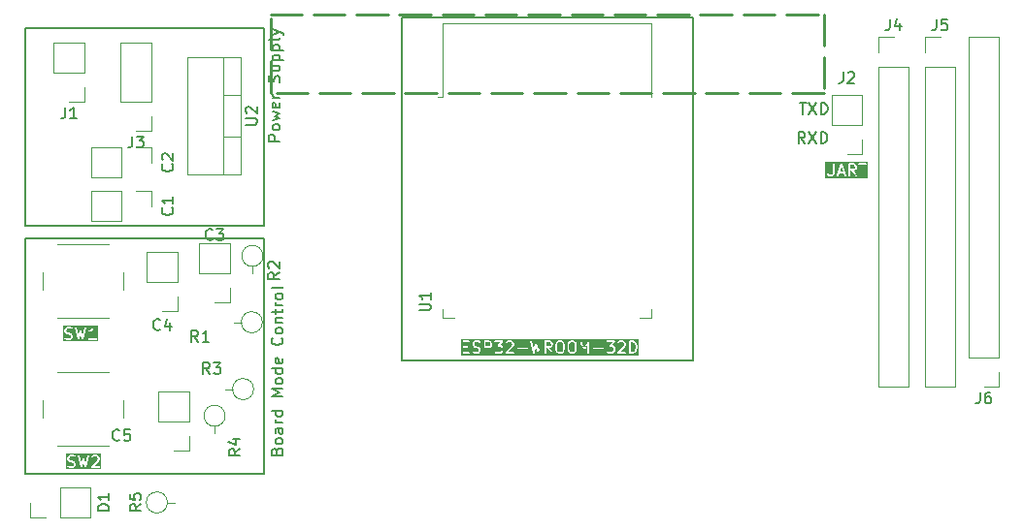
<source format=gbr>
%TF.GenerationSoftware,KiCad,Pcbnew,7.0.10*%
%TF.CreationDate,2024-01-14T13:48:43-05:00*%
%TF.ProjectId,esp32-wroom,65737033-322d-4777-926f-6f6d2e6b6963,rev?*%
%TF.SameCoordinates,Original*%
%TF.FileFunction,Legend,Top*%
%TF.FilePolarity,Positive*%
%FSLAX46Y46*%
G04 Gerber Fmt 4.6, Leading zero omitted, Abs format (unit mm)*
G04 Created by KiCad (PCBNEW 7.0.10) date 2024-01-14 13:48:43*
%MOMM*%
%LPD*%
G01*
G04 APERTURE LIST*
%ADD10C,0.150000*%
%ADD11C,0.250000*%
%ADD12C,0.120000*%
G04 APERTURE END LIST*
D10*
X80010000Y-77978000D02*
X100838000Y-77978000D01*
X100838000Y-98552000D01*
X80010000Y-98552000D01*
X80010000Y-77978000D01*
D11*
X101390000Y-58420000D02*
X104140000Y-58420000D01*
X105140000Y-58420000D02*
X107890000Y-58420000D01*
X108890000Y-58420000D02*
X111640000Y-58420000D01*
X112640000Y-58420000D02*
X115390000Y-58420000D01*
X116390000Y-58420000D02*
X119140000Y-58420000D01*
X120140000Y-58420000D02*
X122890000Y-58420000D01*
X123890000Y-58420000D02*
X126640000Y-58420000D01*
X127640000Y-58420000D02*
X130390000Y-58420000D01*
X131390000Y-58420000D02*
X134140000Y-58420000D01*
X135140000Y-58420000D02*
X137890000Y-58420000D01*
X138890000Y-58420000D02*
X141640000Y-58420000D01*
X142640000Y-58420000D02*
X145390000Y-58420000D01*
X146390000Y-58420000D02*
X149140000Y-58420000D01*
X149650000Y-58420000D02*
X149650000Y-61170000D01*
X149650000Y-62170000D02*
X149650000Y-64920000D01*
X149650000Y-65278000D02*
X146900000Y-65278000D01*
X145900000Y-65278000D02*
X143150000Y-65278000D01*
X142150000Y-65278000D02*
X139400000Y-65278000D01*
X138400000Y-65278000D02*
X135650000Y-65278000D01*
X134650000Y-65278000D02*
X131900000Y-65278000D01*
X130900000Y-65278000D02*
X128150000Y-65278000D01*
X127150000Y-65278000D02*
X124400000Y-65278000D01*
X123400000Y-65278000D02*
X120650000Y-65278000D01*
X119650000Y-65278000D02*
X116900000Y-65278000D01*
X115900000Y-65278000D02*
X113150000Y-65278000D01*
X112150000Y-65278000D02*
X109400000Y-65278000D01*
X108400000Y-65278000D02*
X105650000Y-65278000D01*
X104650000Y-65278000D02*
X101900000Y-65278000D01*
X101390000Y-65278000D02*
X101390000Y-62528000D01*
X101390000Y-61528000D02*
X101390000Y-58778000D01*
D10*
X80030000Y-59670000D02*
X100858000Y-59670000D01*
X100858000Y-76942000D01*
X80030000Y-76942000D01*
X80030000Y-59670000D01*
X112820000Y-58674000D02*
X138220000Y-58674000D01*
X138220000Y-88646000D01*
X112820000Y-88646000D01*
X112820000Y-58674000D01*
X147557922Y-66179819D02*
X148129350Y-66179819D01*
X147843636Y-67179819D02*
X147843636Y-66179819D01*
X148367446Y-66179819D02*
X149034112Y-67179819D01*
X149034112Y-66179819D02*
X148367446Y-67179819D01*
X149415065Y-67179819D02*
X149415065Y-66179819D01*
X149415065Y-66179819D02*
X149653160Y-66179819D01*
X149653160Y-66179819D02*
X149796017Y-66227438D01*
X149796017Y-66227438D02*
X149891255Y-66322676D01*
X149891255Y-66322676D02*
X149938874Y-66417914D01*
X149938874Y-66417914D02*
X149986493Y-66608390D01*
X149986493Y-66608390D02*
X149986493Y-66751247D01*
X149986493Y-66751247D02*
X149938874Y-66941723D01*
X149938874Y-66941723D02*
X149891255Y-67036961D01*
X149891255Y-67036961D02*
X149796017Y-67132200D01*
X149796017Y-67132200D02*
X149653160Y-67179819D01*
X149653160Y-67179819D02*
X149415065Y-67179819D01*
G36*
X151358912Y-72153104D02*
G01*
X151090836Y-72153104D01*
X151224874Y-71750989D01*
X151358912Y-72153104D01*
G37*
G36*
X152323304Y-71623077D02*
G01*
X152353711Y-71653484D01*
X152387969Y-71722000D01*
X152387969Y-71829447D01*
X152353711Y-71897963D01*
X152323304Y-71928370D01*
X152254788Y-71962628D01*
X151966541Y-71962628D01*
X151966541Y-71588819D01*
X152254788Y-71588819D01*
X152323304Y-71623077D01*
G37*
G36*
X153536830Y-72731676D02*
G01*
X149768922Y-72731676D01*
X149768922Y-72323342D01*
X149911779Y-72323342D01*
X149913312Y-72327555D01*
X149912271Y-72331916D01*
X149919697Y-72356883D01*
X149967316Y-72452121D01*
X149968504Y-72453246D01*
X149981364Y-72471612D01*
X150028983Y-72519232D01*
X150030464Y-72519922D01*
X150048476Y-72533282D01*
X150143714Y-72580901D01*
X150148167Y-72581413D01*
X150151603Y-72584296D01*
X150177255Y-72588819D01*
X150367731Y-72588819D01*
X150371944Y-72587285D01*
X150376305Y-72588327D01*
X150401272Y-72580901D01*
X150496510Y-72533282D01*
X150497634Y-72532094D01*
X150516003Y-72519232D01*
X150545132Y-72490102D01*
X150820390Y-72490102D01*
X150821791Y-72541386D01*
X150855828Y-72579771D01*
X150906577Y-72587296D01*
X150950289Y-72560441D01*
X150962692Y-72537536D01*
X151040836Y-72303104D01*
X151408912Y-72303104D01*
X151487056Y-72537536D01*
X151518947Y-72577722D01*
X151569208Y-72588008D01*
X151614322Y-72563579D01*
X151633179Y-72515867D01*
X151632875Y-72513819D01*
X151816541Y-72513819D01*
X151834088Y-72562028D01*
X151878517Y-72587680D01*
X151929041Y-72578771D01*
X151962018Y-72539471D01*
X151966541Y-72513819D01*
X151966541Y-72112628D01*
X152090587Y-72112628D01*
X152401527Y-72556829D01*
X152443548Y-72586261D01*
X152494656Y-72581797D01*
X152530938Y-72545525D01*
X152535417Y-72494418D01*
X152524412Y-72470810D01*
X152273442Y-72112282D01*
X152276706Y-72111094D01*
X152281067Y-72112136D01*
X152306034Y-72104710D01*
X152401272Y-72057091D01*
X152402397Y-72055901D01*
X152420764Y-72043042D01*
X152468383Y-71995423D01*
X152469074Y-71993941D01*
X152482432Y-71975931D01*
X152530051Y-71880693D01*
X152530563Y-71876239D01*
X152533446Y-71872804D01*
X152537969Y-71847152D01*
X152537969Y-71704295D01*
X152536435Y-71700081D01*
X152537477Y-71695720D01*
X152530051Y-71670754D01*
X152482432Y-71575516D01*
X152481242Y-71574390D01*
X152468383Y-71556024D01*
X152420764Y-71508405D01*
X152419282Y-71507714D01*
X152409953Y-71500795D01*
X152674823Y-71500795D01*
X152683732Y-71551319D01*
X152723032Y-71584296D01*
X152748684Y-71588819D01*
X152959398Y-71588819D01*
X152959398Y-72513819D01*
X152976945Y-72562028D01*
X153021374Y-72587680D01*
X153071898Y-72578771D01*
X153104875Y-72539471D01*
X153109398Y-72513819D01*
X153109398Y-71588819D01*
X153320112Y-71588819D01*
X153368321Y-71571272D01*
X153393973Y-71526843D01*
X153385064Y-71476319D01*
X153345764Y-71443342D01*
X153320112Y-71438819D01*
X152748684Y-71438819D01*
X152700475Y-71456366D01*
X152674823Y-71500795D01*
X152409953Y-71500795D01*
X152401272Y-71494356D01*
X152306034Y-71446737D01*
X152301580Y-71446224D01*
X152298145Y-71443342D01*
X152272493Y-71438819D01*
X151891541Y-71438819D01*
X151873232Y-71445482D01*
X151854041Y-71448867D01*
X151849690Y-71454051D01*
X151843332Y-71456366D01*
X151833589Y-71473239D01*
X151821064Y-71488167D01*
X151819346Y-71497909D01*
X151817680Y-71500795D01*
X151818258Y-71504077D01*
X151816541Y-71513819D01*
X151816541Y-72513819D01*
X151632875Y-72513819D01*
X151629358Y-72490102D01*
X151296025Y-71490102D01*
X151294682Y-71488410D01*
X151294624Y-71486253D01*
X151278882Y-71468500D01*
X151264134Y-71449916D01*
X151262019Y-71449483D01*
X151260586Y-71447867D01*
X151237117Y-71444387D01*
X151213873Y-71439630D01*
X151211973Y-71440658D01*
X151209838Y-71440342D01*
X151189620Y-71452762D01*
X151168759Y-71464059D01*
X151167965Y-71466066D01*
X151166125Y-71467197D01*
X151153723Y-71490102D01*
X150820390Y-72490102D01*
X150545132Y-72490102D01*
X150563621Y-72471613D01*
X150564311Y-72470131D01*
X150577670Y-72452121D01*
X150625289Y-72356883D01*
X150625801Y-72352429D01*
X150628684Y-72348994D01*
X150633207Y-72323342D01*
X150633207Y-71513819D01*
X150615660Y-71465610D01*
X150571231Y-71439958D01*
X150520707Y-71448867D01*
X150487730Y-71488167D01*
X150483207Y-71513819D01*
X150483207Y-72305637D01*
X150448948Y-72374153D01*
X150418541Y-72404561D01*
X150350026Y-72438819D01*
X150194960Y-72438819D01*
X150126444Y-72404561D01*
X150096037Y-72374153D01*
X150061779Y-72305637D01*
X150061779Y-71513819D01*
X150044232Y-71465610D01*
X149999803Y-71439958D01*
X149949279Y-71448867D01*
X149916302Y-71488167D01*
X149911779Y-71513819D01*
X149911779Y-72323342D01*
X149768922Y-72323342D01*
X149768922Y-71295962D01*
X153536830Y-71295962D01*
X153536830Y-72731676D01*
G37*
G36*
X126811399Y-87117077D02*
G01*
X126883341Y-87189019D01*
X126923683Y-87350386D01*
X126923683Y-87665251D01*
X126883341Y-87826617D01*
X126811398Y-87898561D01*
X126742883Y-87932819D01*
X126587817Y-87932819D01*
X126519301Y-87898561D01*
X126447358Y-87826617D01*
X126407017Y-87665251D01*
X126407017Y-87350386D01*
X126447358Y-87189019D01*
X126519301Y-87117077D01*
X126587817Y-87082819D01*
X126742883Y-87082819D01*
X126811399Y-87117077D01*
G37*
G36*
X127859018Y-87117077D02*
G01*
X127930960Y-87189019D01*
X127971302Y-87350386D01*
X127971302Y-87665251D01*
X127930960Y-87826617D01*
X127859017Y-87898561D01*
X127790502Y-87932819D01*
X127635436Y-87932819D01*
X127566920Y-87898561D01*
X127494977Y-87826617D01*
X127454636Y-87665251D01*
X127454636Y-87350386D01*
X127494977Y-87189019D01*
X127566920Y-87117077D01*
X127635436Y-87082819D01*
X127790502Y-87082819D01*
X127859018Y-87117077D01*
G37*
G36*
X133101026Y-87120990D02*
G01*
X133175139Y-87195103D01*
X133213632Y-87272090D01*
X133257016Y-87445624D01*
X133257016Y-87570013D01*
X133213632Y-87743547D01*
X133175138Y-87820534D01*
X133101026Y-87894647D01*
X132986513Y-87932819D01*
X132835588Y-87932819D01*
X132835588Y-87082819D01*
X132986513Y-87082819D01*
X133101026Y-87120990D01*
G37*
G36*
X120525685Y-87117077D02*
G01*
X120556092Y-87147484D01*
X120590350Y-87216000D01*
X120590350Y-87323447D01*
X120556092Y-87391963D01*
X120525685Y-87422370D01*
X120457169Y-87456628D01*
X120168922Y-87456628D01*
X120168922Y-87082819D01*
X120457169Y-87082819D01*
X120525685Y-87117077D01*
G37*
G36*
X125811399Y-87117077D02*
G01*
X125841806Y-87147484D01*
X125876064Y-87216000D01*
X125876064Y-87323447D01*
X125841806Y-87391963D01*
X125811399Y-87422370D01*
X125742883Y-87456628D01*
X125454636Y-87456628D01*
X125454636Y-87082819D01*
X125742883Y-87082819D01*
X125811399Y-87117077D01*
G37*
G36*
X133549873Y-88225676D02*
G01*
X118018922Y-88225676D01*
X118018922Y-88007819D01*
X118161779Y-88007819D01*
X118168442Y-88026127D01*
X118171827Y-88045319D01*
X118177011Y-88049669D01*
X118179326Y-88056028D01*
X118196199Y-88065770D01*
X118211127Y-88078296D01*
X118220869Y-88080013D01*
X118223755Y-88081680D01*
X118227037Y-88081101D01*
X118236779Y-88082819D01*
X118712969Y-88082819D01*
X118761178Y-88065272D01*
X118786830Y-88020843D01*
X118777921Y-87970319D01*
X118738621Y-87937342D01*
X118712969Y-87932819D01*
X118311779Y-87932819D01*
X118311779Y-87559009D01*
X118570112Y-87559009D01*
X118618321Y-87541462D01*
X118643973Y-87497033D01*
X118635064Y-87446509D01*
X118595764Y-87413532D01*
X118570112Y-87409009D01*
X118311779Y-87409009D01*
X118311779Y-87293533D01*
X119018922Y-87293533D01*
X119020455Y-87297746D01*
X119019414Y-87302107D01*
X119026840Y-87327074D01*
X119074459Y-87422312D01*
X119075648Y-87423437D01*
X119088508Y-87441804D01*
X119136127Y-87489423D01*
X119137608Y-87490114D01*
X119155619Y-87503472D01*
X119250857Y-87551091D01*
X119254385Y-87551497D01*
X119266208Y-87556770D01*
X119448698Y-87602392D01*
X119525685Y-87640886D01*
X119556092Y-87671293D01*
X119590350Y-87739809D01*
X119590350Y-87799637D01*
X119556091Y-87868153D01*
X119525684Y-87898561D01*
X119457169Y-87932819D01*
X119248949Y-87932819D01*
X119117639Y-87889049D01*
X119066355Y-87890450D01*
X119027970Y-87924487D01*
X119020445Y-87975236D01*
X119047300Y-88018948D01*
X119070205Y-88031351D01*
X119213061Y-88078970D01*
X119214696Y-88078925D01*
X119236779Y-88082819D01*
X119474874Y-88082819D01*
X119479087Y-88081285D01*
X119483448Y-88082327D01*
X119508415Y-88074901D01*
X119603653Y-88027282D01*
X119604777Y-88026094D01*
X119623146Y-88013232D01*
X119628559Y-88007819D01*
X120018922Y-88007819D01*
X120036469Y-88056028D01*
X120080898Y-88081680D01*
X120131422Y-88072771D01*
X120164399Y-88033471D01*
X120168922Y-88007819D01*
X120168922Y-87606628D01*
X120474874Y-87606628D01*
X120479087Y-87605094D01*
X120483448Y-87606136D01*
X120508415Y-87598710D01*
X120603653Y-87551091D01*
X120604778Y-87549901D01*
X120623145Y-87537042D01*
X120670764Y-87489423D01*
X120671455Y-87487941D01*
X120684813Y-87469931D01*
X120732432Y-87374693D01*
X120732944Y-87370239D01*
X120735827Y-87366804D01*
X120740350Y-87341152D01*
X120740350Y-87198295D01*
X120738816Y-87194081D01*
X120739858Y-87189720D01*
X120732432Y-87164754D01*
X120684813Y-87069516D01*
X120683623Y-87068390D01*
X120670764Y-87050024D01*
X120623145Y-87002405D01*
X120621663Y-87001714D01*
X120612334Y-86994795D01*
X120924823Y-86994795D01*
X120933732Y-87045319D01*
X120973032Y-87078296D01*
X120998684Y-87082819D01*
X121452449Y-87082819D01*
X121227955Y-87339383D01*
X121220648Y-87358234D01*
X121210537Y-87375747D01*
X121211576Y-87381640D01*
X121209414Y-87387219D01*
X121215934Y-87406358D01*
X121219446Y-87426271D01*
X121224029Y-87430116D01*
X121225959Y-87435781D01*
X121243257Y-87446251D01*
X121258746Y-87459248D01*
X121267189Y-87460736D01*
X121269848Y-87462346D01*
X121273289Y-87461812D01*
X121284398Y-87463771D01*
X121409550Y-87463771D01*
X121478066Y-87498029D01*
X121508473Y-87528436D01*
X121542731Y-87596952D01*
X121542731Y-87799637D01*
X121508472Y-87868153D01*
X121478065Y-87898561D01*
X121409550Y-87932819D01*
X121159246Y-87932819D01*
X121090730Y-87898561D01*
X121051718Y-87859548D01*
X121005221Y-87837866D01*
X120955666Y-87851143D01*
X120926240Y-87893168D01*
X120930710Y-87944275D01*
X120945650Y-87965612D01*
X120993269Y-88013232D01*
X120994750Y-88013922D01*
X121012762Y-88027282D01*
X121108000Y-88074901D01*
X121112453Y-88075413D01*
X121115889Y-88078296D01*
X121141541Y-88082819D01*
X121427255Y-88082819D01*
X121431468Y-88081285D01*
X121435829Y-88082327D01*
X121460796Y-88074901D01*
X121556034Y-88027282D01*
X121557158Y-88026094D01*
X121575527Y-88013232D01*
X121587476Y-88001283D01*
X121876351Y-88001283D01*
X121882192Y-88023085D01*
X121886113Y-88045319D01*
X121888740Y-88047523D01*
X121889628Y-88050837D01*
X121908119Y-88063785D01*
X121925413Y-88078296D01*
X121929997Y-88079104D01*
X121931654Y-88080264D01*
X121934942Y-88079976D01*
X121951065Y-88082819D01*
X122570112Y-88082819D01*
X122618321Y-88065272D01*
X122643973Y-88020843D01*
X122635064Y-87970319D01*
X122595764Y-87937342D01*
X122570112Y-87932819D01*
X122132131Y-87932819D01*
X122451107Y-87613842D01*
X122924823Y-87613842D01*
X122933732Y-87664366D01*
X122973032Y-87697343D01*
X122998684Y-87701866D01*
X123760589Y-87701866D01*
X123808798Y-87684319D01*
X123834450Y-87639890D01*
X123825541Y-87589366D01*
X123786241Y-87556389D01*
X123760589Y-87551866D01*
X122998684Y-87551866D01*
X122950475Y-87569413D01*
X122924823Y-87613842D01*
X122451107Y-87613842D01*
X122575526Y-87489423D01*
X122577421Y-87485358D01*
X122581241Y-87483012D01*
X122593644Y-87460107D01*
X122641263Y-87317251D01*
X122641218Y-87315615D01*
X122645112Y-87293533D01*
X122645112Y-87198295D01*
X122643578Y-87194081D01*
X122644620Y-87189720D01*
X122637194Y-87164754D01*
X122589575Y-87069516D01*
X122588385Y-87068390D01*
X122575526Y-87050024D01*
X122527907Y-87002405D01*
X122526425Y-87001714D01*
X122523019Y-86999188D01*
X124067039Y-86999188D01*
X124068581Y-87025191D01*
X124306676Y-88025191D01*
X124311005Y-88031759D01*
X124311701Y-88039597D01*
X124324761Y-88052626D01*
X124334912Y-88068024D01*
X124342450Y-88070272D01*
X124348021Y-88075830D01*
X124366397Y-88077415D01*
X124384074Y-88082688D01*
X124391296Y-88079563D01*
X124399134Y-88080240D01*
X124414230Y-88069642D01*
X124431160Y-88062319D01*
X124434683Y-88055284D01*
X124441124Y-88050764D01*
X124452104Y-88027144D01*
X124570111Y-87584613D01*
X124688120Y-88027144D01*
X124692625Y-88033595D01*
X124693531Y-88041410D01*
X124706936Y-88054083D01*
X124717497Y-88069204D01*
X124725091Y-88071248D01*
X124730810Y-88076655D01*
X124749223Y-88077746D01*
X124767035Y-88082542D01*
X124774171Y-88079224D01*
X124782024Y-88079690D01*
X124796827Y-88068693D01*
X124813558Y-88060916D01*
X124816892Y-88053787D01*
X124823207Y-88049097D01*
X124833548Y-88025191D01*
X124837684Y-88007819D01*
X125304636Y-88007819D01*
X125322183Y-88056028D01*
X125366612Y-88081680D01*
X125417136Y-88072771D01*
X125450113Y-88033471D01*
X125454636Y-88007819D01*
X125454636Y-87606628D01*
X125578682Y-87606628D01*
X125889622Y-88050829D01*
X125931643Y-88080261D01*
X125982751Y-88075797D01*
X126019033Y-88039525D01*
X126023512Y-87988418D01*
X126012507Y-87964810D01*
X125809279Y-87674485D01*
X126257017Y-87674485D01*
X126258202Y-87677742D01*
X126259256Y-87692675D01*
X126306875Y-87883151D01*
X126311017Y-87889283D01*
X126311662Y-87896657D01*
X126326603Y-87917994D01*
X126421841Y-88013233D01*
X126423323Y-88013924D01*
X126441333Y-88027282D01*
X126536571Y-88074901D01*
X126541024Y-88075413D01*
X126544460Y-88078296D01*
X126570112Y-88082819D01*
X126760588Y-88082819D01*
X126764801Y-88081285D01*
X126769162Y-88082327D01*
X126794129Y-88074901D01*
X126889367Y-88027282D01*
X126890492Y-88026092D01*
X126908859Y-88013233D01*
X127004098Y-87917993D01*
X127007225Y-87911285D01*
X127013215Y-87906940D01*
X127023825Y-87883151D01*
X127071444Y-87692675D01*
X127071083Y-87689226D01*
X127073683Y-87674485D01*
X127304636Y-87674485D01*
X127305821Y-87677742D01*
X127306875Y-87692675D01*
X127354494Y-87883151D01*
X127358636Y-87889283D01*
X127359281Y-87896657D01*
X127374222Y-87917994D01*
X127469460Y-88013233D01*
X127470942Y-88013924D01*
X127488952Y-88027282D01*
X127584190Y-88074901D01*
X127588643Y-88075413D01*
X127592079Y-88078296D01*
X127617731Y-88082819D01*
X127808207Y-88082819D01*
X127812420Y-88081285D01*
X127816781Y-88082327D01*
X127841748Y-88074901D01*
X127936986Y-88027282D01*
X127938111Y-88026092D01*
X127956478Y-88013233D01*
X127961892Y-88007819D01*
X128399874Y-88007819D01*
X128417421Y-88056028D01*
X128461850Y-88081680D01*
X128512374Y-88072771D01*
X128545351Y-88033471D01*
X128549874Y-88007819D01*
X128549874Y-87345886D01*
X128740243Y-87753821D01*
X128754009Y-87767579D01*
X128765170Y-87783528D01*
X128771729Y-87785287D01*
X128776531Y-87790086D01*
X128795920Y-87791777D01*
X128814722Y-87796821D01*
X128820875Y-87793953D01*
X128827640Y-87794544D01*
X128843582Y-87783372D01*
X128861224Y-87775153D01*
X128866923Y-87767018D01*
X128869656Y-87765104D01*
X128870515Y-87761891D01*
X128876171Y-87753820D01*
X129066540Y-87345886D01*
X129066540Y-88007819D01*
X129084087Y-88056028D01*
X129128516Y-88081680D01*
X129179040Y-88072771D01*
X129212017Y-88033471D01*
X129216540Y-88007819D01*
X129216540Y-87613842D01*
X129543870Y-87613842D01*
X129552779Y-87664366D01*
X129592079Y-87697343D01*
X129617731Y-87701866D01*
X130379636Y-87701866D01*
X130427845Y-87684319D01*
X130453497Y-87639890D01*
X130444588Y-87589366D01*
X130405288Y-87556389D01*
X130379636Y-87551866D01*
X129617731Y-87551866D01*
X129569522Y-87569413D01*
X129543870Y-87613842D01*
X129216540Y-87613842D01*
X129216540Y-87007819D01*
X129213114Y-86998406D01*
X129213431Y-86994795D01*
X130686727Y-86994795D01*
X130695636Y-87045319D01*
X130734936Y-87078296D01*
X130760588Y-87082819D01*
X131214353Y-87082819D01*
X130989859Y-87339383D01*
X130982552Y-87358234D01*
X130972441Y-87375747D01*
X130973480Y-87381640D01*
X130971318Y-87387219D01*
X130977838Y-87406358D01*
X130981350Y-87426271D01*
X130985933Y-87430116D01*
X130987863Y-87435781D01*
X131005161Y-87446251D01*
X131020650Y-87459248D01*
X131029093Y-87460736D01*
X131031752Y-87462346D01*
X131035193Y-87461812D01*
X131046302Y-87463771D01*
X131171454Y-87463771D01*
X131239970Y-87498029D01*
X131270377Y-87528436D01*
X131304635Y-87596952D01*
X131304635Y-87799637D01*
X131270376Y-87868153D01*
X131239969Y-87898561D01*
X131171454Y-87932819D01*
X130921150Y-87932819D01*
X130852634Y-87898561D01*
X130813622Y-87859548D01*
X130767125Y-87837866D01*
X130717570Y-87851143D01*
X130688144Y-87893168D01*
X130692614Y-87944275D01*
X130707554Y-87965612D01*
X130755173Y-88013232D01*
X130756654Y-88013922D01*
X130774666Y-88027282D01*
X130869904Y-88074901D01*
X130874357Y-88075413D01*
X130877793Y-88078296D01*
X130903445Y-88082819D01*
X131189159Y-88082819D01*
X131193372Y-88081285D01*
X131197733Y-88082327D01*
X131222700Y-88074901D01*
X131317938Y-88027282D01*
X131319062Y-88026094D01*
X131337431Y-88013232D01*
X131349380Y-88001283D01*
X131638255Y-88001283D01*
X131644096Y-88023085D01*
X131648017Y-88045319D01*
X131650644Y-88047523D01*
X131651532Y-88050837D01*
X131670023Y-88063785D01*
X131687317Y-88078296D01*
X131691901Y-88079104D01*
X131693558Y-88080264D01*
X131696846Y-88079976D01*
X131712969Y-88082819D01*
X132332016Y-88082819D01*
X132380225Y-88065272D01*
X132405877Y-88020843D01*
X132403580Y-88007819D01*
X132685588Y-88007819D01*
X132692251Y-88026127D01*
X132695636Y-88045319D01*
X132700820Y-88049669D01*
X132703135Y-88056028D01*
X132720008Y-88065770D01*
X132734936Y-88078296D01*
X132744678Y-88080013D01*
X132747564Y-88081680D01*
X132750846Y-88081101D01*
X132760588Y-88082819D01*
X132998683Y-88082819D01*
X133000221Y-88082258D01*
X133022400Y-88078970D01*
X133165257Y-88031351D01*
X133168769Y-88028563D01*
X133173236Y-88028173D01*
X133194573Y-88013233D01*
X133289812Y-87917993D01*
X133290503Y-87916510D01*
X133303860Y-87898502D01*
X133351479Y-87803264D01*
X133351885Y-87799735D01*
X133357158Y-87787913D01*
X133404777Y-87597437D01*
X133404416Y-87593988D01*
X133407016Y-87579247D01*
X133407016Y-87436390D01*
X133405830Y-87433132D01*
X133404777Y-87418200D01*
X133357158Y-87227724D01*
X133355169Y-87224779D01*
X133351479Y-87212373D01*
X133303860Y-87117135D01*
X133302673Y-87116011D01*
X133289811Y-87097643D01*
X133194573Y-87002405D01*
X133190509Y-87000510D01*
X133188162Y-86996689D01*
X133165257Y-86984287D01*
X133022400Y-86936668D01*
X133020765Y-86936712D01*
X132998683Y-86932819D01*
X132760588Y-86932819D01*
X132742279Y-86939482D01*
X132723088Y-86942867D01*
X132718737Y-86948051D01*
X132712379Y-86950366D01*
X132702636Y-86967239D01*
X132690111Y-86982167D01*
X132688393Y-86991909D01*
X132686727Y-86994795D01*
X132687305Y-86998077D01*
X132685588Y-87007819D01*
X132685588Y-88007819D01*
X132403580Y-88007819D01*
X132396968Y-87970319D01*
X132357668Y-87937342D01*
X132332016Y-87932819D01*
X131894035Y-87932819D01*
X132337430Y-87489423D01*
X132339325Y-87485358D01*
X132343145Y-87483012D01*
X132355548Y-87460107D01*
X132403167Y-87317251D01*
X132403122Y-87315615D01*
X132407016Y-87293533D01*
X132407016Y-87198295D01*
X132405482Y-87194081D01*
X132406524Y-87189720D01*
X132399098Y-87164754D01*
X132351479Y-87069516D01*
X132350289Y-87068390D01*
X132337430Y-87050024D01*
X132289811Y-87002405D01*
X132288329Y-87001714D01*
X132270319Y-86988356D01*
X132175081Y-86940737D01*
X132170627Y-86940224D01*
X132167192Y-86937342D01*
X132141540Y-86932819D01*
X131903445Y-86932819D01*
X131899231Y-86934352D01*
X131894870Y-86933311D01*
X131869904Y-86940737D01*
X131774666Y-86988356D01*
X131773540Y-86989545D01*
X131755174Y-87002405D01*
X131707555Y-87050024D01*
X131685874Y-87096521D01*
X131699151Y-87146075D01*
X131741177Y-87175502D01*
X131792284Y-87171030D01*
X131813621Y-87156090D01*
X131852634Y-87117077D01*
X131921150Y-87082819D01*
X132123835Y-87082819D01*
X132192351Y-87117077D01*
X132222758Y-87147484D01*
X132257016Y-87216000D01*
X132257016Y-87281363D01*
X132218844Y-87395876D01*
X131659936Y-87954786D01*
X131650398Y-87975239D01*
X131639108Y-87994795D01*
X131639704Y-87998175D01*
X131638255Y-88001283D01*
X131349380Y-88001283D01*
X131385049Y-87965613D01*
X131385739Y-87964131D01*
X131399098Y-87946121D01*
X131446717Y-87850883D01*
X131447229Y-87846429D01*
X131450112Y-87842994D01*
X131454635Y-87817342D01*
X131454635Y-87579247D01*
X131453101Y-87575033D01*
X131454143Y-87570672D01*
X131446717Y-87545706D01*
X131399098Y-87450468D01*
X131397908Y-87449342D01*
X131385049Y-87430976D01*
X131337430Y-87383357D01*
X131335948Y-87382666D01*
X131317938Y-87369308D01*
X131222700Y-87321689D01*
X131218246Y-87321176D01*
X131214811Y-87318294D01*
X131208587Y-87317196D01*
X131436078Y-87057207D01*
X131443384Y-87038355D01*
X131453496Y-87020843D01*
X131452456Y-87014949D01*
X131454619Y-87009371D01*
X131448098Y-86990231D01*
X131444587Y-86970319D01*
X131440003Y-86966473D01*
X131438074Y-86960809D01*
X131420775Y-86950338D01*
X131405287Y-86937342D01*
X131396843Y-86935853D01*
X131394185Y-86934244D01*
X131390743Y-86934777D01*
X131379635Y-86932819D01*
X130760588Y-86932819D01*
X130712379Y-86950366D01*
X130686727Y-86994795D01*
X129213431Y-86994795D01*
X129213990Y-86988429D01*
X129204596Y-86975004D01*
X129198993Y-86959610D01*
X129190320Y-86954602D01*
X129184577Y-86946395D01*
X129168751Y-86942149D01*
X129154564Y-86933958D01*
X129144700Y-86935697D01*
X129135026Y-86933102D01*
X129120174Y-86940021D01*
X129104040Y-86942867D01*
X129097601Y-86950539D01*
X129088523Y-86954770D01*
X129073576Y-86976102D01*
X128808206Y-87544750D01*
X128542838Y-86976103D01*
X128535752Y-86969022D01*
X128532327Y-86959610D01*
X128518137Y-86951417D01*
X128506550Y-86939837D01*
X128496573Y-86938966D01*
X128487898Y-86933958D01*
X128471762Y-86936803D01*
X128455441Y-86935380D01*
X128447237Y-86941127D01*
X128437374Y-86942867D01*
X128426842Y-86955417D01*
X128413425Y-86964819D01*
X128410835Y-86974493D01*
X128404397Y-86982167D01*
X128399874Y-87007819D01*
X128399874Y-88007819D01*
X127961892Y-88007819D01*
X128051717Y-87917993D01*
X128054844Y-87911285D01*
X128060834Y-87906940D01*
X128071444Y-87883151D01*
X128119063Y-87692675D01*
X128118702Y-87689226D01*
X128121302Y-87674485D01*
X128121302Y-87341152D01*
X128120116Y-87337894D01*
X128119063Y-87322962D01*
X128071444Y-87132486D01*
X128067302Y-87126353D01*
X128066657Y-87118980D01*
X128051716Y-87097643D01*
X127956478Y-87002405D01*
X127954996Y-87001714D01*
X127936986Y-86988356D01*
X127841748Y-86940737D01*
X127837294Y-86940224D01*
X127833859Y-86937342D01*
X127808207Y-86932819D01*
X127617731Y-86932819D01*
X127613517Y-86934352D01*
X127609156Y-86933311D01*
X127584190Y-86940737D01*
X127488952Y-86988356D01*
X127487828Y-86989542D01*
X127469460Y-87002405D01*
X127374222Y-87097643D01*
X127371094Y-87104350D01*
X127365104Y-87108697D01*
X127354494Y-87132486D01*
X127306875Y-87322962D01*
X127307235Y-87326410D01*
X127304636Y-87341152D01*
X127304636Y-87674485D01*
X127073683Y-87674485D01*
X127073683Y-87341152D01*
X127072497Y-87337894D01*
X127071444Y-87322962D01*
X127023825Y-87132486D01*
X127019683Y-87126353D01*
X127019038Y-87118980D01*
X127004097Y-87097643D01*
X126908859Y-87002405D01*
X126907377Y-87001714D01*
X126889367Y-86988356D01*
X126794129Y-86940737D01*
X126789675Y-86940224D01*
X126786240Y-86937342D01*
X126760588Y-86932819D01*
X126570112Y-86932819D01*
X126565898Y-86934352D01*
X126561537Y-86933311D01*
X126536571Y-86940737D01*
X126441333Y-86988356D01*
X126440209Y-86989542D01*
X126421841Y-87002405D01*
X126326603Y-87097643D01*
X126323475Y-87104350D01*
X126317485Y-87108697D01*
X126306875Y-87132486D01*
X126259256Y-87322962D01*
X126259616Y-87326410D01*
X126257017Y-87341152D01*
X126257017Y-87674485D01*
X125809279Y-87674485D01*
X125761537Y-87606282D01*
X125764801Y-87605094D01*
X125769162Y-87606136D01*
X125794129Y-87598710D01*
X125889367Y-87551091D01*
X125890492Y-87549901D01*
X125908859Y-87537042D01*
X125956478Y-87489423D01*
X125957169Y-87487941D01*
X125970527Y-87469931D01*
X126018146Y-87374693D01*
X126018658Y-87370239D01*
X126021541Y-87366804D01*
X126026064Y-87341152D01*
X126026064Y-87198295D01*
X126024530Y-87194081D01*
X126025572Y-87189720D01*
X126018146Y-87164754D01*
X125970527Y-87069516D01*
X125969337Y-87068390D01*
X125956478Y-87050024D01*
X125908859Y-87002405D01*
X125907377Y-87001714D01*
X125889367Y-86988356D01*
X125794129Y-86940737D01*
X125789675Y-86940224D01*
X125786240Y-86937342D01*
X125760588Y-86932819D01*
X125379636Y-86932819D01*
X125361327Y-86939482D01*
X125342136Y-86942867D01*
X125337785Y-86948051D01*
X125331427Y-86950366D01*
X125321684Y-86967239D01*
X125309159Y-86982167D01*
X125307441Y-86991909D01*
X125305775Y-86994795D01*
X125306353Y-86998077D01*
X125304636Y-87007819D01*
X125304636Y-88007819D01*
X124837684Y-88007819D01*
X125071644Y-87025191D01*
X125065741Y-86974228D01*
X125028462Y-86938983D01*
X124977248Y-86935948D01*
X124936065Y-86966541D01*
X124925724Y-86990448D01*
X124756471Y-87701303D01*
X124642580Y-87274208D01*
X124638652Y-87268585D01*
X124638047Y-87261755D01*
X124624309Y-87248049D01*
X124613203Y-87232148D01*
X124606584Y-87230365D01*
X124601728Y-87225521D01*
X124582394Y-87223852D01*
X124563665Y-87218810D01*
X124557446Y-87221700D01*
X124550614Y-87221111D01*
X124534734Y-87232258D01*
X124517143Y-87240436D01*
X124514237Y-87246647D01*
X124508624Y-87250588D01*
X124497644Y-87274208D01*
X124383752Y-87701303D01*
X124214501Y-86990447D01*
X124186265Y-86947614D01*
X124137103Y-86932950D01*
X124090017Y-86953319D01*
X124067039Y-86999188D01*
X122523019Y-86999188D01*
X122508415Y-86988356D01*
X122413177Y-86940737D01*
X122408723Y-86940224D01*
X122405288Y-86937342D01*
X122379636Y-86932819D01*
X122141541Y-86932819D01*
X122137327Y-86934352D01*
X122132966Y-86933311D01*
X122108000Y-86940737D01*
X122012762Y-86988356D01*
X122011636Y-86989545D01*
X121993270Y-87002405D01*
X121945651Y-87050024D01*
X121923970Y-87096521D01*
X121937247Y-87146075D01*
X121979273Y-87175502D01*
X122030380Y-87171030D01*
X122051717Y-87156090D01*
X122090730Y-87117077D01*
X122159246Y-87082819D01*
X122361931Y-87082819D01*
X122430447Y-87117077D01*
X122460854Y-87147484D01*
X122495112Y-87216000D01*
X122495112Y-87281363D01*
X122456940Y-87395876D01*
X121898032Y-87954786D01*
X121888494Y-87975239D01*
X121877204Y-87994795D01*
X121877800Y-87998175D01*
X121876351Y-88001283D01*
X121587476Y-88001283D01*
X121623145Y-87965613D01*
X121623835Y-87964131D01*
X121637194Y-87946121D01*
X121684813Y-87850883D01*
X121685325Y-87846429D01*
X121688208Y-87842994D01*
X121692731Y-87817342D01*
X121692731Y-87579247D01*
X121691197Y-87575033D01*
X121692239Y-87570672D01*
X121684813Y-87545706D01*
X121637194Y-87450468D01*
X121636004Y-87449342D01*
X121623145Y-87430976D01*
X121575526Y-87383357D01*
X121574044Y-87382666D01*
X121556034Y-87369308D01*
X121460796Y-87321689D01*
X121456342Y-87321176D01*
X121452907Y-87318294D01*
X121446683Y-87317196D01*
X121674174Y-87057207D01*
X121681480Y-87038355D01*
X121691592Y-87020843D01*
X121690552Y-87014949D01*
X121692715Y-87009371D01*
X121686194Y-86990231D01*
X121682683Y-86970319D01*
X121678099Y-86966473D01*
X121676170Y-86960809D01*
X121658871Y-86950338D01*
X121643383Y-86937342D01*
X121634939Y-86935853D01*
X121632281Y-86934244D01*
X121628839Y-86934777D01*
X121617731Y-86932819D01*
X120998684Y-86932819D01*
X120950475Y-86950366D01*
X120924823Y-86994795D01*
X120612334Y-86994795D01*
X120603653Y-86988356D01*
X120508415Y-86940737D01*
X120503961Y-86940224D01*
X120500526Y-86937342D01*
X120474874Y-86932819D01*
X120093922Y-86932819D01*
X120075613Y-86939482D01*
X120056422Y-86942867D01*
X120052071Y-86948051D01*
X120045713Y-86950366D01*
X120035970Y-86967239D01*
X120023445Y-86982167D01*
X120021727Y-86991909D01*
X120020061Y-86994795D01*
X120020639Y-86998077D01*
X120018922Y-87007819D01*
X120018922Y-88007819D01*
X119628559Y-88007819D01*
X119670764Y-87965613D01*
X119671454Y-87964131D01*
X119684813Y-87946121D01*
X119732432Y-87850883D01*
X119732944Y-87846429D01*
X119735827Y-87842994D01*
X119740350Y-87817342D01*
X119740350Y-87722104D01*
X119738816Y-87717890D01*
X119739858Y-87713529D01*
X119732432Y-87688563D01*
X119684813Y-87593325D01*
X119683623Y-87592199D01*
X119670764Y-87573833D01*
X119623145Y-87526214D01*
X119621663Y-87525523D01*
X119603653Y-87512165D01*
X119508415Y-87464546D01*
X119504886Y-87464139D01*
X119493064Y-87458867D01*
X119310574Y-87413244D01*
X119233587Y-87374751D01*
X119203180Y-87344344D01*
X119168922Y-87275828D01*
X119168922Y-87216000D01*
X119203180Y-87147484D01*
X119233587Y-87117077D01*
X119302103Y-87082819D01*
X119510323Y-87082819D01*
X119641632Y-87126589D01*
X119692916Y-87125188D01*
X119731302Y-87091150D01*
X119738827Y-87040402D01*
X119711972Y-86996689D01*
X119689067Y-86984287D01*
X119546210Y-86936668D01*
X119544575Y-86936712D01*
X119522493Y-86932819D01*
X119284398Y-86932819D01*
X119280184Y-86934352D01*
X119275823Y-86933311D01*
X119250857Y-86940737D01*
X119155619Y-86988356D01*
X119154493Y-86989545D01*
X119136127Y-87002405D01*
X119088508Y-87050024D01*
X119087817Y-87051505D01*
X119074459Y-87069516D01*
X119026840Y-87164754D01*
X119026327Y-87169207D01*
X119023445Y-87172643D01*
X119018922Y-87198295D01*
X119018922Y-87293533D01*
X118311779Y-87293533D01*
X118311779Y-87082819D01*
X118712969Y-87082819D01*
X118761178Y-87065272D01*
X118786830Y-87020843D01*
X118777921Y-86970319D01*
X118738621Y-86937342D01*
X118712969Y-86932819D01*
X118236779Y-86932819D01*
X118218470Y-86939482D01*
X118199279Y-86942867D01*
X118194928Y-86948051D01*
X118188570Y-86950366D01*
X118178827Y-86967239D01*
X118166302Y-86982167D01*
X118164584Y-86991909D01*
X118162918Y-86994795D01*
X118163496Y-86998077D01*
X118161779Y-87007819D01*
X118161779Y-88007819D01*
X118018922Y-88007819D01*
X118018922Y-86789962D01*
X133549873Y-86789962D01*
X133549873Y-88225676D01*
G37*
X148018207Y-69719819D02*
X147684874Y-69243628D01*
X147446779Y-69719819D02*
X147446779Y-68719819D01*
X147446779Y-68719819D02*
X147827731Y-68719819D01*
X147827731Y-68719819D02*
X147922969Y-68767438D01*
X147922969Y-68767438D02*
X147970588Y-68815057D01*
X147970588Y-68815057D02*
X148018207Y-68910295D01*
X148018207Y-68910295D02*
X148018207Y-69053152D01*
X148018207Y-69053152D02*
X147970588Y-69148390D01*
X147970588Y-69148390D02*
X147922969Y-69196009D01*
X147922969Y-69196009D02*
X147827731Y-69243628D01*
X147827731Y-69243628D02*
X147446779Y-69243628D01*
X148351541Y-68719819D02*
X149018207Y-69719819D01*
X149018207Y-68719819D02*
X148351541Y-69719819D01*
X149399160Y-69719819D02*
X149399160Y-68719819D01*
X149399160Y-68719819D02*
X149637255Y-68719819D01*
X149637255Y-68719819D02*
X149780112Y-68767438D01*
X149780112Y-68767438D02*
X149875350Y-68862676D01*
X149875350Y-68862676D02*
X149922969Y-68957914D01*
X149922969Y-68957914D02*
X149970588Y-69148390D01*
X149970588Y-69148390D02*
X149970588Y-69291247D01*
X149970588Y-69291247D02*
X149922969Y-69481723D01*
X149922969Y-69481723D02*
X149875350Y-69576961D01*
X149875350Y-69576961D02*
X149780112Y-69672200D01*
X149780112Y-69672200D02*
X149637255Y-69719819D01*
X149637255Y-69719819D02*
X149399160Y-69719819D01*
X101962009Y-96611887D02*
X102009628Y-96469030D01*
X102009628Y-96469030D02*
X102057247Y-96421411D01*
X102057247Y-96421411D02*
X102152485Y-96373792D01*
X102152485Y-96373792D02*
X102295342Y-96373792D01*
X102295342Y-96373792D02*
X102390580Y-96421411D01*
X102390580Y-96421411D02*
X102438200Y-96469030D01*
X102438200Y-96469030D02*
X102485819Y-96564268D01*
X102485819Y-96564268D02*
X102485819Y-96945220D01*
X102485819Y-96945220D02*
X101485819Y-96945220D01*
X101485819Y-96945220D02*
X101485819Y-96611887D01*
X101485819Y-96611887D02*
X101533438Y-96516649D01*
X101533438Y-96516649D02*
X101581057Y-96469030D01*
X101581057Y-96469030D02*
X101676295Y-96421411D01*
X101676295Y-96421411D02*
X101771533Y-96421411D01*
X101771533Y-96421411D02*
X101866771Y-96469030D01*
X101866771Y-96469030D02*
X101914390Y-96516649D01*
X101914390Y-96516649D02*
X101962009Y-96611887D01*
X101962009Y-96611887D02*
X101962009Y-96945220D01*
X102485819Y-95802363D02*
X102438200Y-95897601D01*
X102438200Y-95897601D02*
X102390580Y-95945220D01*
X102390580Y-95945220D02*
X102295342Y-95992839D01*
X102295342Y-95992839D02*
X102009628Y-95992839D01*
X102009628Y-95992839D02*
X101914390Y-95945220D01*
X101914390Y-95945220D02*
X101866771Y-95897601D01*
X101866771Y-95897601D02*
X101819152Y-95802363D01*
X101819152Y-95802363D02*
X101819152Y-95659506D01*
X101819152Y-95659506D02*
X101866771Y-95564268D01*
X101866771Y-95564268D02*
X101914390Y-95516649D01*
X101914390Y-95516649D02*
X102009628Y-95469030D01*
X102009628Y-95469030D02*
X102295342Y-95469030D01*
X102295342Y-95469030D02*
X102390580Y-95516649D01*
X102390580Y-95516649D02*
X102438200Y-95564268D01*
X102438200Y-95564268D02*
X102485819Y-95659506D01*
X102485819Y-95659506D02*
X102485819Y-95802363D01*
X102485819Y-94611887D02*
X101962009Y-94611887D01*
X101962009Y-94611887D02*
X101866771Y-94659506D01*
X101866771Y-94659506D02*
X101819152Y-94754744D01*
X101819152Y-94754744D02*
X101819152Y-94945220D01*
X101819152Y-94945220D02*
X101866771Y-95040458D01*
X102438200Y-94611887D02*
X102485819Y-94707125D01*
X102485819Y-94707125D02*
X102485819Y-94945220D01*
X102485819Y-94945220D02*
X102438200Y-95040458D01*
X102438200Y-95040458D02*
X102342961Y-95088077D01*
X102342961Y-95088077D02*
X102247723Y-95088077D01*
X102247723Y-95088077D02*
X102152485Y-95040458D01*
X102152485Y-95040458D02*
X102104866Y-94945220D01*
X102104866Y-94945220D02*
X102104866Y-94707125D01*
X102104866Y-94707125D02*
X102057247Y-94611887D01*
X102485819Y-94135696D02*
X101819152Y-94135696D01*
X102009628Y-94135696D02*
X101914390Y-94088077D01*
X101914390Y-94088077D02*
X101866771Y-94040458D01*
X101866771Y-94040458D02*
X101819152Y-93945220D01*
X101819152Y-93945220D02*
X101819152Y-93849982D01*
X102485819Y-93088077D02*
X101485819Y-93088077D01*
X102438200Y-93088077D02*
X102485819Y-93183315D01*
X102485819Y-93183315D02*
X102485819Y-93373791D01*
X102485819Y-93373791D02*
X102438200Y-93469029D01*
X102438200Y-93469029D02*
X102390580Y-93516648D01*
X102390580Y-93516648D02*
X102295342Y-93564267D01*
X102295342Y-93564267D02*
X102009628Y-93564267D01*
X102009628Y-93564267D02*
X101914390Y-93516648D01*
X101914390Y-93516648D02*
X101866771Y-93469029D01*
X101866771Y-93469029D02*
X101819152Y-93373791D01*
X101819152Y-93373791D02*
X101819152Y-93183315D01*
X101819152Y-93183315D02*
X101866771Y-93088077D01*
X102485819Y-91849981D02*
X101485819Y-91849981D01*
X101485819Y-91849981D02*
X102200104Y-91516648D01*
X102200104Y-91516648D02*
X101485819Y-91183315D01*
X101485819Y-91183315D02*
X102485819Y-91183315D01*
X102485819Y-90564267D02*
X102438200Y-90659505D01*
X102438200Y-90659505D02*
X102390580Y-90707124D01*
X102390580Y-90707124D02*
X102295342Y-90754743D01*
X102295342Y-90754743D02*
X102009628Y-90754743D01*
X102009628Y-90754743D02*
X101914390Y-90707124D01*
X101914390Y-90707124D02*
X101866771Y-90659505D01*
X101866771Y-90659505D02*
X101819152Y-90564267D01*
X101819152Y-90564267D02*
X101819152Y-90421410D01*
X101819152Y-90421410D02*
X101866771Y-90326172D01*
X101866771Y-90326172D02*
X101914390Y-90278553D01*
X101914390Y-90278553D02*
X102009628Y-90230934D01*
X102009628Y-90230934D02*
X102295342Y-90230934D01*
X102295342Y-90230934D02*
X102390580Y-90278553D01*
X102390580Y-90278553D02*
X102438200Y-90326172D01*
X102438200Y-90326172D02*
X102485819Y-90421410D01*
X102485819Y-90421410D02*
X102485819Y-90564267D01*
X102485819Y-89373791D02*
X101485819Y-89373791D01*
X102438200Y-89373791D02*
X102485819Y-89469029D01*
X102485819Y-89469029D02*
X102485819Y-89659505D01*
X102485819Y-89659505D02*
X102438200Y-89754743D01*
X102438200Y-89754743D02*
X102390580Y-89802362D01*
X102390580Y-89802362D02*
X102295342Y-89849981D01*
X102295342Y-89849981D02*
X102009628Y-89849981D01*
X102009628Y-89849981D02*
X101914390Y-89802362D01*
X101914390Y-89802362D02*
X101866771Y-89754743D01*
X101866771Y-89754743D02*
X101819152Y-89659505D01*
X101819152Y-89659505D02*
X101819152Y-89469029D01*
X101819152Y-89469029D02*
X101866771Y-89373791D01*
X102438200Y-88516648D02*
X102485819Y-88611886D01*
X102485819Y-88611886D02*
X102485819Y-88802362D01*
X102485819Y-88802362D02*
X102438200Y-88897600D01*
X102438200Y-88897600D02*
X102342961Y-88945219D01*
X102342961Y-88945219D02*
X101962009Y-88945219D01*
X101962009Y-88945219D02*
X101866771Y-88897600D01*
X101866771Y-88897600D02*
X101819152Y-88802362D01*
X101819152Y-88802362D02*
X101819152Y-88611886D01*
X101819152Y-88611886D02*
X101866771Y-88516648D01*
X101866771Y-88516648D02*
X101962009Y-88469029D01*
X101962009Y-88469029D02*
X102057247Y-88469029D01*
X102057247Y-88469029D02*
X102152485Y-88945219D01*
X102390580Y-86707124D02*
X102438200Y-86754743D01*
X102438200Y-86754743D02*
X102485819Y-86897600D01*
X102485819Y-86897600D02*
X102485819Y-86992838D01*
X102485819Y-86992838D02*
X102438200Y-87135695D01*
X102438200Y-87135695D02*
X102342961Y-87230933D01*
X102342961Y-87230933D02*
X102247723Y-87278552D01*
X102247723Y-87278552D02*
X102057247Y-87326171D01*
X102057247Y-87326171D02*
X101914390Y-87326171D01*
X101914390Y-87326171D02*
X101723914Y-87278552D01*
X101723914Y-87278552D02*
X101628676Y-87230933D01*
X101628676Y-87230933D02*
X101533438Y-87135695D01*
X101533438Y-87135695D02*
X101485819Y-86992838D01*
X101485819Y-86992838D02*
X101485819Y-86897600D01*
X101485819Y-86897600D02*
X101533438Y-86754743D01*
X101533438Y-86754743D02*
X101581057Y-86707124D01*
X102485819Y-86135695D02*
X102438200Y-86230933D01*
X102438200Y-86230933D02*
X102390580Y-86278552D01*
X102390580Y-86278552D02*
X102295342Y-86326171D01*
X102295342Y-86326171D02*
X102009628Y-86326171D01*
X102009628Y-86326171D02*
X101914390Y-86278552D01*
X101914390Y-86278552D02*
X101866771Y-86230933D01*
X101866771Y-86230933D02*
X101819152Y-86135695D01*
X101819152Y-86135695D02*
X101819152Y-85992838D01*
X101819152Y-85992838D02*
X101866771Y-85897600D01*
X101866771Y-85897600D02*
X101914390Y-85849981D01*
X101914390Y-85849981D02*
X102009628Y-85802362D01*
X102009628Y-85802362D02*
X102295342Y-85802362D01*
X102295342Y-85802362D02*
X102390580Y-85849981D01*
X102390580Y-85849981D02*
X102438200Y-85897600D01*
X102438200Y-85897600D02*
X102485819Y-85992838D01*
X102485819Y-85992838D02*
X102485819Y-86135695D01*
X101819152Y-85373790D02*
X102485819Y-85373790D01*
X101914390Y-85373790D02*
X101866771Y-85326171D01*
X101866771Y-85326171D02*
X101819152Y-85230933D01*
X101819152Y-85230933D02*
X101819152Y-85088076D01*
X101819152Y-85088076D02*
X101866771Y-84992838D01*
X101866771Y-84992838D02*
X101962009Y-84945219D01*
X101962009Y-84945219D02*
X102485819Y-84945219D01*
X101819152Y-84611885D02*
X101819152Y-84230933D01*
X101485819Y-84469028D02*
X102342961Y-84469028D01*
X102342961Y-84469028D02*
X102438200Y-84421409D01*
X102438200Y-84421409D02*
X102485819Y-84326171D01*
X102485819Y-84326171D02*
X102485819Y-84230933D01*
X102485819Y-83897599D02*
X101819152Y-83897599D01*
X102009628Y-83897599D02*
X101914390Y-83849980D01*
X101914390Y-83849980D02*
X101866771Y-83802361D01*
X101866771Y-83802361D02*
X101819152Y-83707123D01*
X101819152Y-83707123D02*
X101819152Y-83611885D01*
X102485819Y-83135694D02*
X102438200Y-83230932D01*
X102438200Y-83230932D02*
X102390580Y-83278551D01*
X102390580Y-83278551D02*
X102295342Y-83326170D01*
X102295342Y-83326170D02*
X102009628Y-83326170D01*
X102009628Y-83326170D02*
X101914390Y-83278551D01*
X101914390Y-83278551D02*
X101866771Y-83230932D01*
X101866771Y-83230932D02*
X101819152Y-83135694D01*
X101819152Y-83135694D02*
X101819152Y-82992837D01*
X101819152Y-82992837D02*
X101866771Y-82897599D01*
X101866771Y-82897599D02*
X101914390Y-82849980D01*
X101914390Y-82849980D02*
X102009628Y-82802361D01*
X102009628Y-82802361D02*
X102295342Y-82802361D01*
X102295342Y-82802361D02*
X102390580Y-82849980D01*
X102390580Y-82849980D02*
X102438200Y-82897599D01*
X102438200Y-82897599D02*
X102485819Y-82992837D01*
X102485819Y-82992837D02*
X102485819Y-83135694D01*
X102485819Y-82230932D02*
X102438200Y-82326170D01*
X102438200Y-82326170D02*
X102342961Y-82373789D01*
X102342961Y-82373789D02*
X101485819Y-82373789D01*
X102231819Y-69513220D02*
X101231819Y-69513220D01*
X101231819Y-69513220D02*
X101231819Y-69132268D01*
X101231819Y-69132268D02*
X101279438Y-69037030D01*
X101279438Y-69037030D02*
X101327057Y-68989411D01*
X101327057Y-68989411D02*
X101422295Y-68941792D01*
X101422295Y-68941792D02*
X101565152Y-68941792D01*
X101565152Y-68941792D02*
X101660390Y-68989411D01*
X101660390Y-68989411D02*
X101708009Y-69037030D01*
X101708009Y-69037030D02*
X101755628Y-69132268D01*
X101755628Y-69132268D02*
X101755628Y-69513220D01*
X102231819Y-68370363D02*
X102184200Y-68465601D01*
X102184200Y-68465601D02*
X102136580Y-68513220D01*
X102136580Y-68513220D02*
X102041342Y-68560839D01*
X102041342Y-68560839D02*
X101755628Y-68560839D01*
X101755628Y-68560839D02*
X101660390Y-68513220D01*
X101660390Y-68513220D02*
X101612771Y-68465601D01*
X101612771Y-68465601D02*
X101565152Y-68370363D01*
X101565152Y-68370363D02*
X101565152Y-68227506D01*
X101565152Y-68227506D02*
X101612771Y-68132268D01*
X101612771Y-68132268D02*
X101660390Y-68084649D01*
X101660390Y-68084649D02*
X101755628Y-68037030D01*
X101755628Y-68037030D02*
X102041342Y-68037030D01*
X102041342Y-68037030D02*
X102136580Y-68084649D01*
X102136580Y-68084649D02*
X102184200Y-68132268D01*
X102184200Y-68132268D02*
X102231819Y-68227506D01*
X102231819Y-68227506D02*
X102231819Y-68370363D01*
X101565152Y-67703696D02*
X102231819Y-67513220D01*
X102231819Y-67513220D02*
X101755628Y-67322744D01*
X101755628Y-67322744D02*
X102231819Y-67132268D01*
X102231819Y-67132268D02*
X101565152Y-66941792D01*
X102184200Y-66179887D02*
X102231819Y-66275125D01*
X102231819Y-66275125D02*
X102231819Y-66465601D01*
X102231819Y-66465601D02*
X102184200Y-66560839D01*
X102184200Y-66560839D02*
X102088961Y-66608458D01*
X102088961Y-66608458D02*
X101708009Y-66608458D01*
X101708009Y-66608458D02*
X101612771Y-66560839D01*
X101612771Y-66560839D02*
X101565152Y-66465601D01*
X101565152Y-66465601D02*
X101565152Y-66275125D01*
X101565152Y-66275125D02*
X101612771Y-66179887D01*
X101612771Y-66179887D02*
X101708009Y-66132268D01*
X101708009Y-66132268D02*
X101803247Y-66132268D01*
X101803247Y-66132268D02*
X101898485Y-66608458D01*
X102231819Y-65703696D02*
X101565152Y-65703696D01*
X101755628Y-65703696D02*
X101660390Y-65656077D01*
X101660390Y-65656077D02*
X101612771Y-65608458D01*
X101612771Y-65608458D02*
X101565152Y-65513220D01*
X101565152Y-65513220D02*
X101565152Y-65417982D01*
X102184200Y-64370362D02*
X102231819Y-64227505D01*
X102231819Y-64227505D02*
X102231819Y-63989410D01*
X102231819Y-63989410D02*
X102184200Y-63894172D01*
X102184200Y-63894172D02*
X102136580Y-63846553D01*
X102136580Y-63846553D02*
X102041342Y-63798934D01*
X102041342Y-63798934D02*
X101946104Y-63798934D01*
X101946104Y-63798934D02*
X101850866Y-63846553D01*
X101850866Y-63846553D02*
X101803247Y-63894172D01*
X101803247Y-63894172D02*
X101755628Y-63989410D01*
X101755628Y-63989410D02*
X101708009Y-64179886D01*
X101708009Y-64179886D02*
X101660390Y-64275124D01*
X101660390Y-64275124D02*
X101612771Y-64322743D01*
X101612771Y-64322743D02*
X101517533Y-64370362D01*
X101517533Y-64370362D02*
X101422295Y-64370362D01*
X101422295Y-64370362D02*
X101327057Y-64322743D01*
X101327057Y-64322743D02*
X101279438Y-64275124D01*
X101279438Y-64275124D02*
X101231819Y-64179886D01*
X101231819Y-64179886D02*
X101231819Y-63941791D01*
X101231819Y-63941791D02*
X101279438Y-63798934D01*
X101565152Y-62941791D02*
X102231819Y-62941791D01*
X101565152Y-63370362D02*
X102088961Y-63370362D01*
X102088961Y-63370362D02*
X102184200Y-63322743D01*
X102184200Y-63322743D02*
X102231819Y-63227505D01*
X102231819Y-63227505D02*
X102231819Y-63084648D01*
X102231819Y-63084648D02*
X102184200Y-62989410D01*
X102184200Y-62989410D02*
X102136580Y-62941791D01*
X101565152Y-62465600D02*
X102565152Y-62465600D01*
X101612771Y-62465600D02*
X101565152Y-62370362D01*
X101565152Y-62370362D02*
X101565152Y-62179886D01*
X101565152Y-62179886D02*
X101612771Y-62084648D01*
X101612771Y-62084648D02*
X101660390Y-62037029D01*
X101660390Y-62037029D02*
X101755628Y-61989410D01*
X101755628Y-61989410D02*
X102041342Y-61989410D01*
X102041342Y-61989410D02*
X102136580Y-62037029D01*
X102136580Y-62037029D02*
X102184200Y-62084648D01*
X102184200Y-62084648D02*
X102231819Y-62179886D01*
X102231819Y-62179886D02*
X102231819Y-62370362D01*
X102231819Y-62370362D02*
X102184200Y-62465600D01*
X101565152Y-61560838D02*
X102565152Y-61560838D01*
X101612771Y-61560838D02*
X101565152Y-61465600D01*
X101565152Y-61465600D02*
X101565152Y-61275124D01*
X101565152Y-61275124D02*
X101612771Y-61179886D01*
X101612771Y-61179886D02*
X101660390Y-61132267D01*
X101660390Y-61132267D02*
X101755628Y-61084648D01*
X101755628Y-61084648D02*
X102041342Y-61084648D01*
X102041342Y-61084648D02*
X102136580Y-61132267D01*
X102136580Y-61132267D02*
X102184200Y-61179886D01*
X102184200Y-61179886D02*
X102231819Y-61275124D01*
X102231819Y-61275124D02*
X102231819Y-61465600D01*
X102231819Y-61465600D02*
X102184200Y-61560838D01*
X102231819Y-60513219D02*
X102184200Y-60608457D01*
X102184200Y-60608457D02*
X102088961Y-60656076D01*
X102088961Y-60656076D02*
X101231819Y-60656076D01*
X101565152Y-60227504D02*
X102231819Y-59989409D01*
X101565152Y-59751314D02*
X102231819Y-59989409D01*
X102231819Y-59989409D02*
X102469914Y-60084647D01*
X102469914Y-60084647D02*
X102517533Y-60132266D01*
X102517533Y-60132266D02*
X102565152Y-60227504D01*
X114358819Y-84311904D02*
X115168342Y-84311904D01*
X115168342Y-84311904D02*
X115263580Y-84264285D01*
X115263580Y-84264285D02*
X115311200Y-84216666D01*
X115311200Y-84216666D02*
X115358819Y-84121428D01*
X115358819Y-84121428D02*
X115358819Y-83930952D01*
X115358819Y-83930952D02*
X115311200Y-83835714D01*
X115311200Y-83835714D02*
X115263580Y-83788095D01*
X115263580Y-83788095D02*
X115168342Y-83740476D01*
X115168342Y-83740476D02*
X114358819Y-83740476D01*
X115358819Y-82740476D02*
X115358819Y-83311904D01*
X115358819Y-83026190D02*
X114358819Y-83026190D01*
X114358819Y-83026190D02*
X114501676Y-83121428D01*
X114501676Y-83121428D02*
X114596914Y-83216666D01*
X114596914Y-83216666D02*
X114644533Y-83311904D01*
X90116819Y-101258666D02*
X89640628Y-101591999D01*
X90116819Y-101830094D02*
X89116819Y-101830094D01*
X89116819Y-101830094D02*
X89116819Y-101449142D01*
X89116819Y-101449142D02*
X89164438Y-101353904D01*
X89164438Y-101353904D02*
X89212057Y-101306285D01*
X89212057Y-101306285D02*
X89307295Y-101258666D01*
X89307295Y-101258666D02*
X89450152Y-101258666D01*
X89450152Y-101258666D02*
X89545390Y-101306285D01*
X89545390Y-101306285D02*
X89593009Y-101353904D01*
X89593009Y-101353904D02*
X89640628Y-101449142D01*
X89640628Y-101449142D02*
X89640628Y-101830094D01*
X89116819Y-100353904D02*
X89116819Y-100830094D01*
X89116819Y-100830094D02*
X89593009Y-100877713D01*
X89593009Y-100877713D02*
X89545390Y-100830094D01*
X89545390Y-100830094D02*
X89497771Y-100734856D01*
X89497771Y-100734856D02*
X89497771Y-100496761D01*
X89497771Y-100496761D02*
X89545390Y-100401523D01*
X89545390Y-100401523D02*
X89593009Y-100353904D01*
X89593009Y-100353904D02*
X89688247Y-100306285D01*
X89688247Y-100306285D02*
X89926342Y-100306285D01*
X89926342Y-100306285D02*
X90021580Y-100353904D01*
X90021580Y-100353904D02*
X90069200Y-100401523D01*
X90069200Y-100401523D02*
X90116819Y-100496761D01*
X90116819Y-100496761D02*
X90116819Y-100734856D01*
X90116819Y-100734856D02*
X90069200Y-100830094D01*
X90069200Y-100830094D02*
X90021580Y-100877713D01*
X83486666Y-66554819D02*
X83486666Y-67269104D01*
X83486666Y-67269104D02*
X83439047Y-67411961D01*
X83439047Y-67411961D02*
X83343809Y-67507200D01*
X83343809Y-67507200D02*
X83200952Y-67554819D01*
X83200952Y-67554819D02*
X83105714Y-67554819D01*
X84486666Y-67554819D02*
X83915238Y-67554819D01*
X84200952Y-67554819D02*
X84200952Y-66554819D01*
X84200952Y-66554819D02*
X84105714Y-66697676D01*
X84105714Y-66697676D02*
X84010476Y-66792914D01*
X84010476Y-66792914D02*
X83915238Y-66840533D01*
X92815580Y-75350666D02*
X92863200Y-75398285D01*
X92863200Y-75398285D02*
X92910819Y-75541142D01*
X92910819Y-75541142D02*
X92910819Y-75636380D01*
X92910819Y-75636380D02*
X92863200Y-75779237D01*
X92863200Y-75779237D02*
X92767961Y-75874475D01*
X92767961Y-75874475D02*
X92672723Y-75922094D01*
X92672723Y-75922094D02*
X92482247Y-75969713D01*
X92482247Y-75969713D02*
X92339390Y-75969713D01*
X92339390Y-75969713D02*
X92148914Y-75922094D01*
X92148914Y-75922094D02*
X92053676Y-75874475D01*
X92053676Y-75874475D02*
X91958438Y-75779237D01*
X91958438Y-75779237D02*
X91910819Y-75636380D01*
X91910819Y-75636380D02*
X91910819Y-75541142D01*
X91910819Y-75541142D02*
X91958438Y-75398285D01*
X91958438Y-75398285D02*
X92006057Y-75350666D01*
X92910819Y-74398285D02*
X92910819Y-74969713D01*
X92910819Y-74683999D02*
X91910819Y-74683999D01*
X91910819Y-74683999D02*
X92053676Y-74779237D01*
X92053676Y-74779237D02*
X92148914Y-74874475D01*
X92148914Y-74874475D02*
X92196533Y-74969713D01*
X151348666Y-63462819D02*
X151348666Y-64177104D01*
X151348666Y-64177104D02*
X151301047Y-64319961D01*
X151301047Y-64319961D02*
X151205809Y-64415200D01*
X151205809Y-64415200D02*
X151062952Y-64462819D01*
X151062952Y-64462819D02*
X150967714Y-64462819D01*
X151777238Y-63558057D02*
X151824857Y-63510438D01*
X151824857Y-63510438D02*
X151920095Y-63462819D01*
X151920095Y-63462819D02*
X152158190Y-63462819D01*
X152158190Y-63462819D02*
X152253428Y-63510438D01*
X152253428Y-63510438D02*
X152301047Y-63558057D01*
X152301047Y-63558057D02*
X152348666Y-63653295D01*
X152348666Y-63653295D02*
X152348666Y-63748533D01*
X152348666Y-63748533D02*
X152301047Y-63891390D01*
X152301047Y-63891390D02*
X151729619Y-64462819D01*
X151729619Y-64462819D02*
X152348666Y-64462819D01*
G36*
X86641190Y-98208676D02*
G01*
X83538810Y-98208676D01*
X83538810Y-97276533D01*
X83681667Y-97276533D01*
X83683200Y-97280746D01*
X83682159Y-97285107D01*
X83689585Y-97310074D01*
X83737204Y-97405312D01*
X83738393Y-97406437D01*
X83751253Y-97424804D01*
X83798872Y-97472423D01*
X83800353Y-97473114D01*
X83818364Y-97486472D01*
X83913602Y-97534091D01*
X83917130Y-97534497D01*
X83928953Y-97539770D01*
X84111443Y-97585392D01*
X84188430Y-97623886D01*
X84218837Y-97654293D01*
X84253095Y-97722809D01*
X84253095Y-97782637D01*
X84218836Y-97851153D01*
X84188429Y-97881561D01*
X84119914Y-97915819D01*
X83911694Y-97915819D01*
X83780384Y-97872049D01*
X83729100Y-97873450D01*
X83690715Y-97907487D01*
X83683190Y-97958236D01*
X83710045Y-98001948D01*
X83732950Y-98014351D01*
X83875806Y-98061970D01*
X83877441Y-98061925D01*
X83899524Y-98065819D01*
X84137619Y-98065819D01*
X84141832Y-98064285D01*
X84146193Y-98065327D01*
X84171160Y-98057901D01*
X84266398Y-98010282D01*
X84267522Y-98009094D01*
X84285891Y-97996232D01*
X84333509Y-97948613D01*
X84334199Y-97947131D01*
X84347558Y-97929121D01*
X84395177Y-97833883D01*
X84395689Y-97829429D01*
X84398572Y-97825994D01*
X84403095Y-97800342D01*
X84403095Y-97705104D01*
X84401561Y-97700890D01*
X84402603Y-97696529D01*
X84395177Y-97671563D01*
X84347558Y-97576325D01*
X84346368Y-97575199D01*
X84333509Y-97556833D01*
X84285890Y-97509214D01*
X84284408Y-97508523D01*
X84266398Y-97495165D01*
X84171160Y-97447546D01*
X84167631Y-97447139D01*
X84155809Y-97441867D01*
X83973319Y-97396244D01*
X83896332Y-97357751D01*
X83865925Y-97327344D01*
X83831667Y-97258828D01*
X83831667Y-97199000D01*
X83865925Y-97130484D01*
X83896332Y-97100077D01*
X83964848Y-97065819D01*
X84173068Y-97065819D01*
X84304377Y-97109589D01*
X84355661Y-97108188D01*
X84394047Y-97074150D01*
X84401572Y-97023402D01*
X84376252Y-96982188D01*
X84586927Y-96982188D01*
X84588469Y-97008191D01*
X84826564Y-98008191D01*
X84830893Y-98014759D01*
X84831589Y-98022597D01*
X84844649Y-98035626D01*
X84854800Y-98051024D01*
X84862338Y-98053272D01*
X84867909Y-98058830D01*
X84886285Y-98060415D01*
X84903962Y-98065688D01*
X84911184Y-98062563D01*
X84919022Y-98063240D01*
X84934118Y-98052642D01*
X84951048Y-98045319D01*
X84954571Y-98038284D01*
X84961012Y-98033764D01*
X84971992Y-98010144D01*
X85089999Y-97567613D01*
X85208008Y-98010144D01*
X85212513Y-98016595D01*
X85213419Y-98024410D01*
X85226824Y-98037083D01*
X85237385Y-98052204D01*
X85244979Y-98054248D01*
X85250698Y-98059655D01*
X85269111Y-98060746D01*
X85286923Y-98065542D01*
X85294059Y-98062224D01*
X85301912Y-98062690D01*
X85316715Y-98051693D01*
X85333446Y-98043916D01*
X85336780Y-98036787D01*
X85343095Y-98032097D01*
X85353436Y-98008191D01*
X85359128Y-97984283D01*
X85729572Y-97984283D01*
X85735413Y-98006085D01*
X85739334Y-98028319D01*
X85741961Y-98030523D01*
X85742849Y-98033837D01*
X85761340Y-98046785D01*
X85778634Y-98061296D01*
X85783218Y-98062104D01*
X85784875Y-98063264D01*
X85788163Y-98062976D01*
X85804286Y-98065819D01*
X86423333Y-98065819D01*
X86471542Y-98048272D01*
X86497194Y-98003843D01*
X86488285Y-97953319D01*
X86448985Y-97920342D01*
X86423333Y-97915819D01*
X85985352Y-97915819D01*
X86428747Y-97472423D01*
X86430642Y-97468358D01*
X86434462Y-97466012D01*
X86446865Y-97443107D01*
X86494484Y-97300251D01*
X86494439Y-97298615D01*
X86498333Y-97276533D01*
X86498333Y-97181295D01*
X86496799Y-97177081D01*
X86497841Y-97172720D01*
X86490415Y-97147754D01*
X86442796Y-97052516D01*
X86441606Y-97051390D01*
X86428747Y-97033024D01*
X86381128Y-96985405D01*
X86379646Y-96984714D01*
X86361636Y-96971356D01*
X86266398Y-96923737D01*
X86261944Y-96923224D01*
X86258509Y-96920342D01*
X86232857Y-96915819D01*
X85994762Y-96915819D01*
X85990548Y-96917352D01*
X85986187Y-96916311D01*
X85961221Y-96923737D01*
X85865983Y-96971356D01*
X85864857Y-96972545D01*
X85846491Y-96985405D01*
X85798872Y-97033024D01*
X85777191Y-97079521D01*
X85790468Y-97129075D01*
X85832494Y-97158502D01*
X85883601Y-97154030D01*
X85904938Y-97139090D01*
X85943951Y-97100077D01*
X86012467Y-97065819D01*
X86215152Y-97065819D01*
X86283668Y-97100077D01*
X86314075Y-97130484D01*
X86348333Y-97199000D01*
X86348333Y-97264363D01*
X86310161Y-97378876D01*
X85751253Y-97937786D01*
X85741715Y-97958239D01*
X85730425Y-97977795D01*
X85731021Y-97981175D01*
X85729572Y-97984283D01*
X85359128Y-97984283D01*
X85591532Y-97008191D01*
X85585629Y-96957228D01*
X85548350Y-96921983D01*
X85497136Y-96918948D01*
X85455953Y-96949541D01*
X85445612Y-96973448D01*
X85276359Y-97684303D01*
X85162468Y-97257208D01*
X85158540Y-97251585D01*
X85157935Y-97244755D01*
X85144197Y-97231049D01*
X85133091Y-97215148D01*
X85126472Y-97213365D01*
X85121616Y-97208521D01*
X85102282Y-97206852D01*
X85083553Y-97201810D01*
X85077334Y-97204700D01*
X85070502Y-97204111D01*
X85054622Y-97215258D01*
X85037031Y-97223436D01*
X85034125Y-97229647D01*
X85028512Y-97233588D01*
X85017532Y-97257208D01*
X84903640Y-97684303D01*
X84734389Y-96973447D01*
X84706153Y-96930614D01*
X84656991Y-96915950D01*
X84609905Y-96936319D01*
X84586927Y-96982188D01*
X84376252Y-96982188D01*
X84374717Y-96979689D01*
X84351812Y-96967287D01*
X84208955Y-96919668D01*
X84207320Y-96919712D01*
X84185238Y-96915819D01*
X83947143Y-96915819D01*
X83942929Y-96917352D01*
X83938568Y-96916311D01*
X83913602Y-96923737D01*
X83818364Y-96971356D01*
X83817238Y-96972545D01*
X83798872Y-96985405D01*
X83751253Y-97033024D01*
X83750562Y-97034505D01*
X83737204Y-97052516D01*
X83689585Y-97147754D01*
X83689072Y-97152207D01*
X83686190Y-97155643D01*
X83681667Y-97181295D01*
X83681667Y-97276533D01*
X83538810Y-97276533D01*
X83538810Y-96772962D01*
X86641190Y-96772962D01*
X86641190Y-98208676D01*
G37*
X102196819Y-80988666D02*
X101720628Y-81321999D01*
X102196819Y-81560094D02*
X101196819Y-81560094D01*
X101196819Y-81560094D02*
X101196819Y-81179142D01*
X101196819Y-81179142D02*
X101244438Y-81083904D01*
X101244438Y-81083904D02*
X101292057Y-81036285D01*
X101292057Y-81036285D02*
X101387295Y-80988666D01*
X101387295Y-80988666D02*
X101530152Y-80988666D01*
X101530152Y-80988666D02*
X101625390Y-81036285D01*
X101625390Y-81036285D02*
X101673009Y-81083904D01*
X101673009Y-81083904D02*
X101720628Y-81179142D01*
X101720628Y-81179142D02*
X101720628Y-81560094D01*
X101292057Y-80607713D02*
X101244438Y-80560094D01*
X101244438Y-80560094D02*
X101196819Y-80464856D01*
X101196819Y-80464856D02*
X101196819Y-80226761D01*
X101196819Y-80226761D02*
X101244438Y-80131523D01*
X101244438Y-80131523D02*
X101292057Y-80083904D01*
X101292057Y-80083904D02*
X101387295Y-80036285D01*
X101387295Y-80036285D02*
X101482533Y-80036285D01*
X101482533Y-80036285D02*
X101625390Y-80083904D01*
X101625390Y-80083904D02*
X102196819Y-80655332D01*
X102196819Y-80655332D02*
X102196819Y-80036285D01*
X91781333Y-85957580D02*
X91733714Y-86005200D01*
X91733714Y-86005200D02*
X91590857Y-86052819D01*
X91590857Y-86052819D02*
X91495619Y-86052819D01*
X91495619Y-86052819D02*
X91352762Y-86005200D01*
X91352762Y-86005200D02*
X91257524Y-85909961D01*
X91257524Y-85909961D02*
X91209905Y-85814723D01*
X91209905Y-85814723D02*
X91162286Y-85624247D01*
X91162286Y-85624247D02*
X91162286Y-85481390D01*
X91162286Y-85481390D02*
X91209905Y-85290914D01*
X91209905Y-85290914D02*
X91257524Y-85195676D01*
X91257524Y-85195676D02*
X91352762Y-85100438D01*
X91352762Y-85100438D02*
X91495619Y-85052819D01*
X91495619Y-85052819D02*
X91590857Y-85052819D01*
X91590857Y-85052819D02*
X91733714Y-85100438D01*
X91733714Y-85100438D02*
X91781333Y-85148057D01*
X92638476Y-85386152D02*
X92638476Y-86052819D01*
X92400381Y-85005200D02*
X92162286Y-85719485D01*
X92162286Y-85719485D02*
X92781333Y-85719485D01*
X99228819Y-68071904D02*
X100038342Y-68071904D01*
X100038342Y-68071904D02*
X100133580Y-68024285D01*
X100133580Y-68024285D02*
X100181200Y-67976666D01*
X100181200Y-67976666D02*
X100228819Y-67881428D01*
X100228819Y-67881428D02*
X100228819Y-67690952D01*
X100228819Y-67690952D02*
X100181200Y-67595714D01*
X100181200Y-67595714D02*
X100133580Y-67548095D01*
X100133580Y-67548095D02*
X100038342Y-67500476D01*
X100038342Y-67500476D02*
X99228819Y-67500476D01*
X99324057Y-67071904D02*
X99276438Y-67024285D01*
X99276438Y-67024285D02*
X99228819Y-66929047D01*
X99228819Y-66929047D02*
X99228819Y-66690952D01*
X99228819Y-66690952D02*
X99276438Y-66595714D01*
X99276438Y-66595714D02*
X99324057Y-66548095D01*
X99324057Y-66548095D02*
X99419295Y-66500476D01*
X99419295Y-66500476D02*
X99514533Y-66500476D01*
X99514533Y-66500476D02*
X99657390Y-66548095D01*
X99657390Y-66548095D02*
X100228819Y-67119523D01*
X100228819Y-67119523D02*
X100228819Y-66500476D01*
X96353333Y-78083580D02*
X96305714Y-78131200D01*
X96305714Y-78131200D02*
X96162857Y-78178819D01*
X96162857Y-78178819D02*
X96067619Y-78178819D01*
X96067619Y-78178819D02*
X95924762Y-78131200D01*
X95924762Y-78131200D02*
X95829524Y-78035961D01*
X95829524Y-78035961D02*
X95781905Y-77940723D01*
X95781905Y-77940723D02*
X95734286Y-77750247D01*
X95734286Y-77750247D02*
X95734286Y-77607390D01*
X95734286Y-77607390D02*
X95781905Y-77416914D01*
X95781905Y-77416914D02*
X95829524Y-77321676D01*
X95829524Y-77321676D02*
X95924762Y-77226438D01*
X95924762Y-77226438D02*
X96067619Y-77178819D01*
X96067619Y-77178819D02*
X96162857Y-77178819D01*
X96162857Y-77178819D02*
X96305714Y-77226438D01*
X96305714Y-77226438D02*
X96353333Y-77274057D01*
X96686667Y-77178819D02*
X97305714Y-77178819D01*
X97305714Y-77178819D02*
X96972381Y-77559771D01*
X96972381Y-77559771D02*
X97115238Y-77559771D01*
X97115238Y-77559771D02*
X97210476Y-77607390D01*
X97210476Y-77607390D02*
X97258095Y-77655009D01*
X97258095Y-77655009D02*
X97305714Y-77750247D01*
X97305714Y-77750247D02*
X97305714Y-77988342D01*
X97305714Y-77988342D02*
X97258095Y-78083580D01*
X97258095Y-78083580D02*
X97210476Y-78131200D01*
X97210476Y-78131200D02*
X97115238Y-78178819D01*
X97115238Y-78178819D02*
X96829524Y-78178819D01*
X96829524Y-78178819D02*
X96734286Y-78131200D01*
X96734286Y-78131200D02*
X96686667Y-78083580D01*
X96099333Y-89862819D02*
X95766000Y-89386628D01*
X95527905Y-89862819D02*
X95527905Y-88862819D01*
X95527905Y-88862819D02*
X95908857Y-88862819D01*
X95908857Y-88862819D02*
X96004095Y-88910438D01*
X96004095Y-88910438D02*
X96051714Y-88958057D01*
X96051714Y-88958057D02*
X96099333Y-89053295D01*
X96099333Y-89053295D02*
X96099333Y-89196152D01*
X96099333Y-89196152D02*
X96051714Y-89291390D01*
X96051714Y-89291390D02*
X96004095Y-89339009D01*
X96004095Y-89339009D02*
X95908857Y-89386628D01*
X95908857Y-89386628D02*
X95527905Y-89386628D01*
X96432667Y-88862819D02*
X97051714Y-88862819D01*
X97051714Y-88862819D02*
X96718381Y-89243771D01*
X96718381Y-89243771D02*
X96861238Y-89243771D01*
X96861238Y-89243771D02*
X96956476Y-89291390D01*
X96956476Y-89291390D02*
X97004095Y-89339009D01*
X97004095Y-89339009D02*
X97051714Y-89434247D01*
X97051714Y-89434247D02*
X97051714Y-89672342D01*
X97051714Y-89672342D02*
X97004095Y-89767580D01*
X97004095Y-89767580D02*
X96956476Y-89815200D01*
X96956476Y-89815200D02*
X96861238Y-89862819D01*
X96861238Y-89862819D02*
X96575524Y-89862819D01*
X96575524Y-89862819D02*
X96480286Y-89815200D01*
X96480286Y-89815200D02*
X96432667Y-89767580D01*
X163286666Y-91446819D02*
X163286666Y-92161104D01*
X163286666Y-92161104D02*
X163239047Y-92303961D01*
X163239047Y-92303961D02*
X163143809Y-92399200D01*
X163143809Y-92399200D02*
X163000952Y-92446819D01*
X163000952Y-92446819D02*
X162905714Y-92446819D01*
X164191428Y-91446819D02*
X164000952Y-91446819D01*
X164000952Y-91446819D02*
X163905714Y-91494438D01*
X163905714Y-91494438D02*
X163858095Y-91542057D01*
X163858095Y-91542057D02*
X163762857Y-91684914D01*
X163762857Y-91684914D02*
X163715238Y-91875390D01*
X163715238Y-91875390D02*
X163715238Y-92256342D01*
X163715238Y-92256342D02*
X163762857Y-92351580D01*
X163762857Y-92351580D02*
X163810476Y-92399200D01*
X163810476Y-92399200D02*
X163905714Y-92446819D01*
X163905714Y-92446819D02*
X164096190Y-92446819D01*
X164096190Y-92446819D02*
X164191428Y-92399200D01*
X164191428Y-92399200D02*
X164239047Y-92351580D01*
X164239047Y-92351580D02*
X164286666Y-92256342D01*
X164286666Y-92256342D02*
X164286666Y-92018247D01*
X164286666Y-92018247D02*
X164239047Y-91923009D01*
X164239047Y-91923009D02*
X164191428Y-91875390D01*
X164191428Y-91875390D02*
X164096190Y-91827771D01*
X164096190Y-91827771D02*
X163905714Y-91827771D01*
X163905714Y-91827771D02*
X163810476Y-91875390D01*
X163810476Y-91875390D02*
X163762857Y-91923009D01*
X163762857Y-91923009D02*
X163715238Y-92018247D01*
X89328666Y-69094819D02*
X89328666Y-69809104D01*
X89328666Y-69809104D02*
X89281047Y-69951961D01*
X89281047Y-69951961D02*
X89185809Y-70047200D01*
X89185809Y-70047200D02*
X89042952Y-70094819D01*
X89042952Y-70094819D02*
X88947714Y-70094819D01*
X89709619Y-69094819D02*
X90328666Y-69094819D01*
X90328666Y-69094819D02*
X89995333Y-69475771D01*
X89995333Y-69475771D02*
X90138190Y-69475771D01*
X90138190Y-69475771D02*
X90233428Y-69523390D01*
X90233428Y-69523390D02*
X90281047Y-69571009D01*
X90281047Y-69571009D02*
X90328666Y-69666247D01*
X90328666Y-69666247D02*
X90328666Y-69904342D01*
X90328666Y-69904342D02*
X90281047Y-69999580D01*
X90281047Y-69999580D02*
X90233428Y-70047200D01*
X90233428Y-70047200D02*
X90138190Y-70094819D01*
X90138190Y-70094819D02*
X89852476Y-70094819D01*
X89852476Y-70094819D02*
X89757238Y-70047200D01*
X89757238Y-70047200D02*
X89709619Y-69999580D01*
X95083333Y-87068819D02*
X94750000Y-86592628D01*
X94511905Y-87068819D02*
X94511905Y-86068819D01*
X94511905Y-86068819D02*
X94892857Y-86068819D01*
X94892857Y-86068819D02*
X94988095Y-86116438D01*
X94988095Y-86116438D02*
X95035714Y-86164057D01*
X95035714Y-86164057D02*
X95083333Y-86259295D01*
X95083333Y-86259295D02*
X95083333Y-86402152D01*
X95083333Y-86402152D02*
X95035714Y-86497390D01*
X95035714Y-86497390D02*
X94988095Y-86545009D01*
X94988095Y-86545009D02*
X94892857Y-86592628D01*
X94892857Y-86592628D02*
X94511905Y-86592628D01*
X96035714Y-87068819D02*
X95464286Y-87068819D01*
X95750000Y-87068819D02*
X95750000Y-86068819D01*
X95750000Y-86068819D02*
X95654762Y-86211676D01*
X95654762Y-86211676D02*
X95559524Y-86306914D01*
X95559524Y-86306914D02*
X95464286Y-86354533D01*
X159476666Y-58846819D02*
X159476666Y-59561104D01*
X159476666Y-59561104D02*
X159429047Y-59703961D01*
X159429047Y-59703961D02*
X159333809Y-59799200D01*
X159333809Y-59799200D02*
X159190952Y-59846819D01*
X159190952Y-59846819D02*
X159095714Y-59846819D01*
X160429047Y-58846819D02*
X159952857Y-58846819D01*
X159952857Y-58846819D02*
X159905238Y-59323009D01*
X159905238Y-59323009D02*
X159952857Y-59275390D01*
X159952857Y-59275390D02*
X160048095Y-59227771D01*
X160048095Y-59227771D02*
X160286190Y-59227771D01*
X160286190Y-59227771D02*
X160381428Y-59275390D01*
X160381428Y-59275390D02*
X160429047Y-59323009D01*
X160429047Y-59323009D02*
X160476666Y-59418247D01*
X160476666Y-59418247D02*
X160476666Y-59656342D01*
X160476666Y-59656342D02*
X160429047Y-59751580D01*
X160429047Y-59751580D02*
X160381428Y-59799200D01*
X160381428Y-59799200D02*
X160286190Y-59846819D01*
X160286190Y-59846819D02*
X160048095Y-59846819D01*
X160048095Y-59846819D02*
X159952857Y-59799200D01*
X159952857Y-59799200D02*
X159905238Y-59751580D01*
X87322819Y-101830094D02*
X86322819Y-101830094D01*
X86322819Y-101830094D02*
X86322819Y-101591999D01*
X86322819Y-101591999D02*
X86370438Y-101449142D01*
X86370438Y-101449142D02*
X86465676Y-101353904D01*
X86465676Y-101353904D02*
X86560914Y-101306285D01*
X86560914Y-101306285D02*
X86751390Y-101258666D01*
X86751390Y-101258666D02*
X86894247Y-101258666D01*
X86894247Y-101258666D02*
X87084723Y-101306285D01*
X87084723Y-101306285D02*
X87179961Y-101353904D01*
X87179961Y-101353904D02*
X87275200Y-101449142D01*
X87275200Y-101449142D02*
X87322819Y-101591999D01*
X87322819Y-101591999D02*
X87322819Y-101830094D01*
X87322819Y-100306285D02*
X87322819Y-100877713D01*
X87322819Y-100591999D02*
X86322819Y-100591999D01*
X86322819Y-100591999D02*
X86465676Y-100687237D01*
X86465676Y-100687237D02*
X86560914Y-100782475D01*
X86560914Y-100782475D02*
X86608533Y-100877713D01*
X98752819Y-96432666D02*
X98276628Y-96765999D01*
X98752819Y-97004094D02*
X97752819Y-97004094D01*
X97752819Y-97004094D02*
X97752819Y-96623142D01*
X97752819Y-96623142D02*
X97800438Y-96527904D01*
X97800438Y-96527904D02*
X97848057Y-96480285D01*
X97848057Y-96480285D02*
X97943295Y-96432666D01*
X97943295Y-96432666D02*
X98086152Y-96432666D01*
X98086152Y-96432666D02*
X98181390Y-96480285D01*
X98181390Y-96480285D02*
X98229009Y-96527904D01*
X98229009Y-96527904D02*
X98276628Y-96623142D01*
X98276628Y-96623142D02*
X98276628Y-97004094D01*
X98086152Y-95575523D02*
X98752819Y-95575523D01*
X97705200Y-95813618D02*
X98419485Y-96051713D01*
X98419485Y-96051713D02*
X98419485Y-95432666D01*
X92815580Y-71540666D02*
X92863200Y-71588285D01*
X92863200Y-71588285D02*
X92910819Y-71731142D01*
X92910819Y-71731142D02*
X92910819Y-71826380D01*
X92910819Y-71826380D02*
X92863200Y-71969237D01*
X92863200Y-71969237D02*
X92767961Y-72064475D01*
X92767961Y-72064475D02*
X92672723Y-72112094D01*
X92672723Y-72112094D02*
X92482247Y-72159713D01*
X92482247Y-72159713D02*
X92339390Y-72159713D01*
X92339390Y-72159713D02*
X92148914Y-72112094D01*
X92148914Y-72112094D02*
X92053676Y-72064475D01*
X92053676Y-72064475D02*
X91958438Y-71969237D01*
X91958438Y-71969237D02*
X91910819Y-71826380D01*
X91910819Y-71826380D02*
X91910819Y-71731142D01*
X91910819Y-71731142D02*
X91958438Y-71588285D01*
X91958438Y-71588285D02*
X92006057Y-71540666D01*
X92006057Y-71159713D02*
X91958438Y-71112094D01*
X91958438Y-71112094D02*
X91910819Y-71016856D01*
X91910819Y-71016856D02*
X91910819Y-70778761D01*
X91910819Y-70778761D02*
X91958438Y-70683523D01*
X91958438Y-70683523D02*
X92006057Y-70635904D01*
X92006057Y-70635904D02*
X92101295Y-70588285D01*
X92101295Y-70588285D02*
X92196533Y-70588285D01*
X92196533Y-70588285D02*
X92339390Y-70635904D01*
X92339390Y-70635904D02*
X92910819Y-71207332D01*
X92910819Y-71207332D02*
X92910819Y-70588285D01*
G36*
X86386051Y-87032676D02*
G01*
X83284810Y-87032676D01*
X83284810Y-86100533D01*
X83427667Y-86100533D01*
X83429200Y-86104746D01*
X83428159Y-86109107D01*
X83435585Y-86134074D01*
X83483204Y-86229312D01*
X83484393Y-86230437D01*
X83497253Y-86248804D01*
X83544872Y-86296423D01*
X83546353Y-86297114D01*
X83564364Y-86310472D01*
X83659602Y-86358091D01*
X83663130Y-86358497D01*
X83674953Y-86363770D01*
X83857443Y-86409392D01*
X83934430Y-86447886D01*
X83964837Y-86478293D01*
X83999095Y-86546809D01*
X83999095Y-86606637D01*
X83964836Y-86675153D01*
X83934429Y-86705561D01*
X83865914Y-86739819D01*
X83657694Y-86739819D01*
X83526384Y-86696049D01*
X83475100Y-86697450D01*
X83436715Y-86731487D01*
X83429190Y-86782236D01*
X83456045Y-86825948D01*
X83478950Y-86838351D01*
X83621806Y-86885970D01*
X83623441Y-86885925D01*
X83645524Y-86889819D01*
X83883619Y-86889819D01*
X83887832Y-86888285D01*
X83892193Y-86889327D01*
X83917160Y-86881901D01*
X84012398Y-86834282D01*
X84013522Y-86833094D01*
X84031891Y-86820232D01*
X84079509Y-86772613D01*
X84080199Y-86771131D01*
X84093558Y-86753121D01*
X84141177Y-86657883D01*
X84141689Y-86653429D01*
X84144572Y-86649994D01*
X84149095Y-86624342D01*
X84149095Y-86529104D01*
X84147561Y-86524890D01*
X84148603Y-86520529D01*
X84141177Y-86495563D01*
X84093558Y-86400325D01*
X84092368Y-86399199D01*
X84079509Y-86380833D01*
X84031890Y-86333214D01*
X84030408Y-86332523D01*
X84012398Y-86319165D01*
X83917160Y-86271546D01*
X83913631Y-86271139D01*
X83901809Y-86265867D01*
X83719319Y-86220244D01*
X83642332Y-86181751D01*
X83611925Y-86151344D01*
X83577667Y-86082828D01*
X83577667Y-86023000D01*
X83611925Y-85954484D01*
X83642332Y-85924077D01*
X83710848Y-85889819D01*
X83919068Y-85889819D01*
X84050377Y-85933589D01*
X84101661Y-85932188D01*
X84140047Y-85898150D01*
X84147572Y-85847402D01*
X84122252Y-85806188D01*
X84332927Y-85806188D01*
X84334469Y-85832191D01*
X84572564Y-86832191D01*
X84576893Y-86838759D01*
X84577589Y-86846597D01*
X84590649Y-86859626D01*
X84600800Y-86875024D01*
X84608338Y-86877272D01*
X84613909Y-86882830D01*
X84632285Y-86884415D01*
X84649962Y-86889688D01*
X84657184Y-86886563D01*
X84665022Y-86887240D01*
X84680118Y-86876642D01*
X84697048Y-86869319D01*
X84700571Y-86862284D01*
X84707012Y-86857764D01*
X84717992Y-86834144D01*
X84835999Y-86391613D01*
X84954008Y-86834144D01*
X84958513Y-86840595D01*
X84959419Y-86848410D01*
X84972824Y-86861083D01*
X84983385Y-86876204D01*
X84990979Y-86878248D01*
X84996698Y-86883655D01*
X85015111Y-86884746D01*
X85032923Y-86889542D01*
X85040059Y-86886224D01*
X85047912Y-86886690D01*
X85062715Y-86875693D01*
X85079446Y-86867916D01*
X85082780Y-86860787D01*
X85089095Y-86856097D01*
X85099436Y-86832191D01*
X85106673Y-86801795D01*
X85524044Y-86801795D01*
X85532953Y-86852319D01*
X85572253Y-86885296D01*
X85597905Y-86889819D01*
X86169333Y-86889819D01*
X86217542Y-86872272D01*
X86243194Y-86827843D01*
X86234285Y-86777319D01*
X86194985Y-86744342D01*
X86169333Y-86739819D01*
X85958619Y-86739819D01*
X85958619Y-85814819D01*
X85957143Y-85810765D01*
X85958164Y-85806576D01*
X85948516Y-85787063D01*
X85941072Y-85766610D01*
X85937337Y-85764454D01*
X85935426Y-85760587D01*
X85915491Y-85751840D01*
X85896643Y-85740958D01*
X85892395Y-85741706D01*
X85888446Y-85739974D01*
X85867551Y-85746087D01*
X85846119Y-85749867D01*
X85843347Y-85753169D01*
X85839208Y-85754381D01*
X85821215Y-85773216D01*
X85730095Y-85909896D01*
X85648716Y-85991275D01*
X85564364Y-86033451D01*
X85529092Y-86070705D01*
X85526017Y-86121916D01*
X85556581Y-86163121D01*
X85606479Y-86175041D01*
X85631446Y-86167615D01*
X85726684Y-86119996D01*
X85727809Y-86118806D01*
X85746176Y-86105947D01*
X85808619Y-86043504D01*
X85808619Y-86739819D01*
X85597905Y-86739819D01*
X85549696Y-86757366D01*
X85524044Y-86801795D01*
X85106673Y-86801795D01*
X85337532Y-85832191D01*
X85331629Y-85781228D01*
X85294350Y-85745983D01*
X85243136Y-85742948D01*
X85201953Y-85773541D01*
X85191612Y-85797448D01*
X85022359Y-86508303D01*
X84908468Y-86081208D01*
X84904540Y-86075585D01*
X84903935Y-86068755D01*
X84890197Y-86055049D01*
X84879091Y-86039148D01*
X84872472Y-86037365D01*
X84867616Y-86032521D01*
X84848282Y-86030852D01*
X84829553Y-86025810D01*
X84823334Y-86028700D01*
X84816502Y-86028111D01*
X84800622Y-86039258D01*
X84783031Y-86047436D01*
X84780125Y-86053647D01*
X84774512Y-86057588D01*
X84763532Y-86081208D01*
X84649640Y-86508303D01*
X84480389Y-85797447D01*
X84452153Y-85754614D01*
X84402991Y-85739950D01*
X84355905Y-85760319D01*
X84332927Y-85806188D01*
X84122252Y-85806188D01*
X84120717Y-85803689D01*
X84097812Y-85791287D01*
X83954955Y-85743668D01*
X83953320Y-85743712D01*
X83931238Y-85739819D01*
X83693143Y-85739819D01*
X83688929Y-85741352D01*
X83684568Y-85740311D01*
X83659602Y-85747737D01*
X83564364Y-85795356D01*
X83563238Y-85796545D01*
X83544872Y-85809405D01*
X83497253Y-85857024D01*
X83496562Y-85858505D01*
X83483204Y-85876516D01*
X83435585Y-85971754D01*
X83435072Y-85976207D01*
X83432190Y-85979643D01*
X83427667Y-86005295D01*
X83427667Y-86100533D01*
X83284810Y-86100533D01*
X83284810Y-85596962D01*
X86386051Y-85596962D01*
X86386051Y-87032676D01*
G37*
X88225333Y-95609580D02*
X88177714Y-95657200D01*
X88177714Y-95657200D02*
X88034857Y-95704819D01*
X88034857Y-95704819D02*
X87939619Y-95704819D01*
X87939619Y-95704819D02*
X87796762Y-95657200D01*
X87796762Y-95657200D02*
X87701524Y-95561961D01*
X87701524Y-95561961D02*
X87653905Y-95466723D01*
X87653905Y-95466723D02*
X87606286Y-95276247D01*
X87606286Y-95276247D02*
X87606286Y-95133390D01*
X87606286Y-95133390D02*
X87653905Y-94942914D01*
X87653905Y-94942914D02*
X87701524Y-94847676D01*
X87701524Y-94847676D02*
X87796762Y-94752438D01*
X87796762Y-94752438D02*
X87939619Y-94704819D01*
X87939619Y-94704819D02*
X88034857Y-94704819D01*
X88034857Y-94704819D02*
X88177714Y-94752438D01*
X88177714Y-94752438D02*
X88225333Y-94800057D01*
X89130095Y-94704819D02*
X88653905Y-94704819D01*
X88653905Y-94704819D02*
X88606286Y-95181009D01*
X88606286Y-95181009D02*
X88653905Y-95133390D01*
X88653905Y-95133390D02*
X88749143Y-95085771D01*
X88749143Y-95085771D02*
X88987238Y-95085771D01*
X88987238Y-95085771D02*
X89082476Y-95133390D01*
X89082476Y-95133390D02*
X89130095Y-95181009D01*
X89130095Y-95181009D02*
X89177714Y-95276247D01*
X89177714Y-95276247D02*
X89177714Y-95514342D01*
X89177714Y-95514342D02*
X89130095Y-95609580D01*
X89130095Y-95609580D02*
X89082476Y-95657200D01*
X89082476Y-95657200D02*
X88987238Y-95704819D01*
X88987238Y-95704819D02*
X88749143Y-95704819D01*
X88749143Y-95704819D02*
X88653905Y-95657200D01*
X88653905Y-95657200D02*
X88606286Y-95609580D01*
X155412666Y-58846819D02*
X155412666Y-59561104D01*
X155412666Y-59561104D02*
X155365047Y-59703961D01*
X155365047Y-59703961D02*
X155269809Y-59799200D01*
X155269809Y-59799200D02*
X155126952Y-59846819D01*
X155126952Y-59846819D02*
X155031714Y-59846819D01*
X156317428Y-59180152D02*
X156317428Y-59846819D01*
X156079333Y-58799200D02*
X155841238Y-59513485D01*
X155841238Y-59513485D02*
X156460285Y-59513485D01*
D12*
%TO.C,U1*%
X116394000Y-59260000D02*
X116394000Y-65675000D01*
X116394000Y-59260000D02*
X134634000Y-59260000D01*
X116394000Y-65675000D02*
X116014000Y-65675000D01*
X116394000Y-84220000D02*
X116394000Y-85000000D01*
X116394000Y-85000000D02*
X117394000Y-85000000D01*
X134634000Y-59260000D02*
X134634000Y-65675000D01*
X134634000Y-84220000D02*
X134634000Y-85000000D01*
X134634000Y-85000000D02*
X133634000Y-85000000D01*
%TO.C,R5*%
X92410000Y-101092000D02*
X93030000Y-101092000D01*
X92410000Y-101092000D02*
G75*
G03*
X90570000Y-101092000I-920000J0D01*
G01*
X90570000Y-101092000D02*
G75*
G03*
X92410000Y-101092000I920000J0D01*
G01*
%TO.C,J1*%
X85150000Y-66100000D02*
X83820000Y-66100000D01*
X85150000Y-64770000D02*
X85150000Y-66100000D01*
X85150000Y-63500000D02*
X85150000Y-60900000D01*
X85150000Y-63500000D02*
X82490000Y-63500000D01*
X85150000Y-60900000D02*
X82490000Y-60900000D01*
X82490000Y-63500000D02*
X82490000Y-60900000D01*
%TO.C,C1*%
X90992000Y-73854000D02*
X90992000Y-75184000D01*
X89662000Y-73854000D02*
X90992000Y-73854000D01*
X88392000Y-73854000D02*
X85792000Y-73854000D01*
X88392000Y-73854000D02*
X88392000Y-76514000D01*
X85792000Y-73854000D02*
X85792000Y-76514000D01*
X88392000Y-76514000D02*
X85792000Y-76514000D01*
%TO.C,J2*%
X153012000Y-70672000D02*
X151682000Y-70672000D01*
X153012000Y-69342000D02*
X153012000Y-70672000D01*
X153012000Y-68072000D02*
X153012000Y-65472000D01*
X153012000Y-68072000D02*
X150352000Y-68072000D01*
X153012000Y-65472000D02*
X150352000Y-65472000D01*
X150352000Y-68072000D02*
X150352000Y-65472000D01*
%TO.C,SW2*%
X81538000Y-92178000D02*
X81538000Y-93678000D01*
X82788000Y-96178000D02*
X87288000Y-96178000D01*
X87288000Y-89678000D02*
X82788000Y-89678000D01*
X88538000Y-93678000D02*
X88538000Y-92178000D01*
%TO.C,R2*%
X99822000Y-80472000D02*
X99822000Y-81092000D01*
X100742000Y-79552000D02*
G75*
G03*
X98902000Y-79552000I-920000J0D01*
G01*
X98902000Y-79552000D02*
G75*
G03*
X100742000Y-79552000I920000J0D01*
G01*
%TO.C,C4*%
X93278000Y-84388000D02*
X91948000Y-84388000D01*
X93278000Y-83058000D02*
X93278000Y-84388000D01*
X93278000Y-81788000D02*
X93278000Y-79188000D01*
X93278000Y-81788000D02*
X90618000Y-81788000D01*
X93278000Y-79188000D02*
X90618000Y-79188000D01*
X90618000Y-81788000D02*
X90618000Y-79188000D01*
%TO.C,U2*%
X98774000Y-62190000D02*
X94133000Y-62190000D01*
X98774000Y-62190000D02*
X98774000Y-72430000D01*
X97264000Y-62190000D02*
X97264000Y-72430000D01*
X94133000Y-62190000D02*
X94133000Y-72430000D01*
X98774000Y-65460000D02*
X97264000Y-65460000D01*
X98774000Y-69161000D02*
X97264000Y-69161000D01*
X98774000Y-72430000D02*
X94133000Y-72430000D01*
%TO.C,C3*%
X97850000Y-83631000D02*
X96520000Y-83631000D01*
X97850000Y-82301000D02*
X97850000Y-83631000D01*
X97850000Y-81031000D02*
X97850000Y-78431000D01*
X97850000Y-81031000D02*
X95190000Y-81031000D01*
X97850000Y-78431000D02*
X95190000Y-78431000D01*
X95190000Y-81031000D02*
X95190000Y-78431000D01*
%TO.C,R3*%
X98090000Y-91186000D02*
X97470000Y-91186000D01*
X99930000Y-91186000D02*
G75*
G03*
X98090000Y-91186000I-920000J0D01*
G01*
X98090000Y-91186000D02*
G75*
G03*
X99930000Y-91186000I920000J0D01*
G01*
%TO.C,J6*%
X164950000Y-90992000D02*
X163620000Y-90992000D01*
X164950000Y-89662000D02*
X164950000Y-90992000D01*
X164950000Y-88392000D02*
X164950000Y-60392000D01*
X164950000Y-88392000D02*
X162290000Y-88392000D01*
X164950000Y-60392000D02*
X162290000Y-60392000D01*
X162290000Y-88392000D02*
X162290000Y-60392000D01*
%TO.C,J3*%
X90992000Y-68640000D02*
X89662000Y-68640000D01*
X90992000Y-67310000D02*
X90992000Y-68640000D01*
X90992000Y-66040000D02*
X90992000Y-60900000D01*
X90992000Y-66040000D02*
X88332000Y-66040000D01*
X90992000Y-60900000D02*
X88332000Y-60900000D01*
X88332000Y-66040000D02*
X88332000Y-60900000D01*
%TO.C,R1*%
X98852000Y-85344000D02*
X98232000Y-85344000D01*
X100692000Y-85344000D02*
G75*
G03*
X98852000Y-85344000I-920000J0D01*
G01*
X98852000Y-85344000D02*
G75*
G03*
X100692000Y-85344000I920000J0D01*
G01*
%TO.C,J5*%
X158480000Y-60392000D02*
X159810000Y-60392000D01*
X158480000Y-61722000D02*
X158480000Y-60392000D01*
X158480000Y-62992000D02*
X158480000Y-90992000D01*
X158480000Y-62992000D02*
X161140000Y-62992000D01*
X158480000Y-90992000D02*
X161140000Y-90992000D01*
X161140000Y-62992000D02*
X161140000Y-90992000D01*
%TO.C,D1*%
X80458000Y-102422000D02*
X80458000Y-101092000D01*
X81788000Y-102422000D02*
X80458000Y-102422000D01*
X83058000Y-102422000D02*
X85658000Y-102422000D01*
X83058000Y-102422000D02*
X83058000Y-99762000D01*
X85658000Y-102422000D02*
X85658000Y-99762000D01*
X83058000Y-99762000D02*
X85658000Y-99762000D01*
%TO.C,R4*%
X96520000Y-94442000D02*
X96520000Y-95062000D01*
X97440000Y-93522000D02*
G75*
G03*
X95600000Y-93522000I-920000J0D01*
G01*
X95600000Y-93522000D02*
G75*
G03*
X97440000Y-93522000I920000J0D01*
G01*
%TO.C,C2*%
X90992000Y-70044000D02*
X90992000Y-71374000D01*
X89662000Y-70044000D02*
X90992000Y-70044000D01*
X88392000Y-70044000D02*
X85792000Y-70044000D01*
X88392000Y-70044000D02*
X88392000Y-72704000D01*
X85792000Y-70044000D02*
X85792000Y-72704000D01*
X88392000Y-72704000D02*
X85792000Y-72704000D01*
%TO.C,SW1*%
X81538000Y-81002000D02*
X81538000Y-82502000D01*
X82788000Y-85002000D02*
X87288000Y-85002000D01*
X87288000Y-78502000D02*
X82788000Y-78502000D01*
X88538000Y-82502000D02*
X88538000Y-81002000D01*
%TO.C,C5*%
X94294000Y-96580000D02*
X92964000Y-96580000D01*
X94294000Y-95250000D02*
X94294000Y-96580000D01*
X94294000Y-93980000D02*
X94294000Y-91380000D01*
X94294000Y-93980000D02*
X91634000Y-93980000D01*
X94294000Y-91380000D02*
X91634000Y-91380000D01*
X91634000Y-93980000D02*
X91634000Y-91380000D01*
%TO.C,J4*%
X154416000Y-60392000D02*
X155746000Y-60392000D01*
X154416000Y-61722000D02*
X154416000Y-60392000D01*
X154416000Y-62992000D02*
X154416000Y-90992000D01*
X154416000Y-62992000D02*
X157076000Y-62992000D01*
X154416000Y-90992000D02*
X157076000Y-90992000D01*
X157076000Y-62992000D02*
X157076000Y-90992000D01*
%TD*%
M02*

</source>
